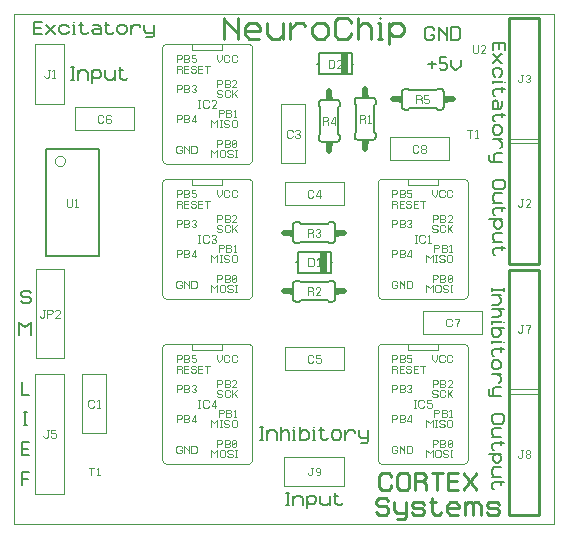
<source format=gto>
G75*
G71*
%OFA0B0*%
%FSLAX23Y23*%
%IPPOS*%
%LPD*%
%ADD10C,0.1*%
%ADD11C,0.111*%
%ADD12C,0.2*%
%ADD13C,0.05*%
%ADD14C,0.508*%
%ADD15C,0.152*%
%ADD16C,0*%
%ADD17C,0.294*%
%ADD18C,0.235*%
%ADD19C,0.176*%
%ADD20C,0.25*%
%LPD*%D10*
X0Y0D02*
X0Y100D01*
X0Y200D01*
X0Y300D01*
X0Y400D01*
X0Y500D01*
X0Y600D01*
X0Y700D01*
X0Y800D01*
X0Y900D01*
X0Y1000D01*
X0Y1099D01*
X0Y1199D01*
X0Y1299D01*
X0Y1399D01*
X0Y1499D01*
X0Y1599D01*
X0Y1699D01*
X0Y1799D01*
X0Y1899D01*
X0Y1999D01*
X0Y2099D01*
X0Y2199D01*
X0Y2299D01*
X0Y2399D01*
X0Y2499D01*
X0Y2599D01*
X0Y2699D01*
X0Y2799D01*
X0Y2899D01*
X0Y2999D01*
X0Y3099D01*
X0Y3198D01*
X0Y3298D01*
X0Y3398D01*
X0Y3498D01*
X0Y3598D01*
X0Y3698D01*
X0Y3798D01*
X0Y3898D01*
X0Y3998D01*
X0Y4098D01*
X0Y4198D01*
X0Y4298D01*
X0Y4398D01*
X0Y4498D01*
X0Y4598D01*
X0Y4698D01*
X0Y4798D01*
X0Y4898D01*
X0Y4998D01*
X0Y5098D01*
X0Y5198D01*
X0Y5298D01*
X0Y5397D01*
X0Y5497D01*
X0Y5597D01*
X0Y5697D01*
X0Y5797D01*
X0Y5897D01*
X0Y5997D01*
X0Y6097D01*
X0Y6197D01*
X0Y6297D01*
X0Y6397D01*
X0Y6497D01*
X0Y6597D01*
X0Y6697D01*
X0Y6797D01*
X0Y6897D01*
X0Y6997D01*
X0Y7097D01*
X0Y7197D01*
X0Y7297D01*
X0Y7397D01*
X0Y7496D01*
X0Y7596D01*
X0Y7696D01*
X0Y7796D01*
X0Y7896D01*
X0Y7996D01*
X0Y8096D01*
X0Y8196D01*
X0Y8296D01*
X0Y8396D01*
X0Y8496D01*
X0Y8596D01*
X0Y8696D01*
X0Y8796D01*
X0Y8896D01*
X0Y8996D01*
X0Y9096D01*
X0Y9196D01*
X0Y9296D01*
X0Y9396D01*
X0Y9496D01*
X0Y9596D01*
X0Y9695D01*
X0Y9795D01*
X0Y9895D01*
X0Y9995D01*
X0Y10095D01*
X0Y10195D01*
X0Y10295D01*
X0Y10395D01*
X0Y10495D01*
X0Y10595D01*
X0Y10695D01*
X0Y10795D01*
X0Y10895D01*
X0Y10995D01*
X0Y11095D01*
X0Y11195D01*
X0Y11295D01*
X0Y11395D01*
X0Y11495D01*
X0Y11595D01*
X0Y11695D01*
X0Y11794D01*
X0Y11894D01*
X0Y11994D01*
X0Y12094D01*
X0Y12194D01*
X0Y12294D01*
X0Y12394D01*
X0Y12494D01*
X0Y12594D01*
X0Y12694D01*
X0Y12794D01*
X0Y12894D01*
X0Y12994D01*
X0Y13094D01*
X0Y13194D01*
X0Y13294D01*
X0Y13394D01*
X0Y13494D01*
X0Y13594D01*
X0Y13694D01*
X0Y13794D01*
X0Y13894D01*
X0Y13993D01*
X0Y14093D01*
X0Y14193D01*
X0Y14293D01*
X0Y14393D01*
X0Y14493D01*
X0Y14593D01*
X0Y14693D01*
X0Y14793D01*
X0Y14893D01*
X0Y14993D01*
X0Y15093D01*
X0Y15193D01*
X0Y15293D01*
X0Y15393D01*
X0Y15493D01*
X0Y15593D01*
X0Y15693D01*
X0Y15793D01*
X0Y15893D01*
X0Y15993D01*
X0Y16092D01*
X0Y16192D01*
X0Y16292D01*
X0Y16392D01*
X0Y16492D01*
X0Y16592D01*
X0Y16692D01*
X0Y16792D01*
X0Y16892D01*
X0Y16992D01*
X0Y17092D01*
X0Y17192D01*
X0Y17292D01*
X0Y17392D01*
X0Y17492D01*
X0Y17592D01*
X0Y17692D01*
X0Y17792D01*
X0Y17892D01*
X0Y17992D01*
X0Y18092D01*
X0Y18191D01*
X0Y18291D01*
X0Y18391D01*
X0Y18491D01*
X0Y18591D01*
X0Y18691D01*
X0Y18791D01*
X0Y18891D01*
X0Y18991D01*
X0Y19091D01*
X0Y19191D01*
X0Y19291D01*
X0Y19391D01*
X0Y19491D01*
X0Y19591D01*
X0Y19691D01*
X0Y19791D01*
X0Y19891D01*
X0Y19991D01*
X0Y20091D01*
X0Y20191D01*
X0Y20291D01*
X0Y20390D01*
X0Y20490D01*
X0Y20590D01*
X0Y20690D01*
X0Y20790D01*
X0Y20890D01*
X0Y20990D01*
X0Y21090D01*
X0Y21190D01*
X0Y21290D01*
X0Y21390D01*
X0Y21490D01*
X0Y21590D01*
X0Y21690D01*
X0Y21790D01*
X0Y21890D01*
X0Y21990D01*
X0Y22090D01*
X0Y22190D01*
X0Y22290D01*
X0Y22390D01*
X0Y22489D01*
X0Y22589D01*
X0Y22689D01*
X0Y22789D01*
X0Y22889D01*
X0Y22989D01*
X0Y23089D01*
X0Y23189D01*
X0Y23289D01*
X0Y23389D01*
X0Y23489D01*
X0Y23589D01*
X0Y23689D01*
X0Y23789D01*
X0Y23889D01*
X0Y23989D01*
X0Y24089D01*
X0Y24189D01*
X0Y24289D01*
X0Y24389D01*
X0Y24489D01*
X0Y24589D01*
X0Y24688D01*
X0Y24788D01*
X0Y24888D01*
X0Y24988D01*
X0Y25088D01*
X0Y25188D01*
X0Y25288D01*
X0Y25388D01*
X0Y25488D01*
X0Y25588D01*
X0Y25688D01*
X0Y25788D01*
X0Y25888D01*
X0Y25988D01*
X0Y26088D01*
X0Y26188D01*
X0Y26288D01*
X0Y26388D01*
X0Y26488D01*
X0Y26588D01*
X0Y26688D01*
X0Y26787D01*
X0Y26887D01*
X0Y26987D01*
X0Y27087D01*
X0Y27187D01*
X0Y27287D01*
X0Y27387D01*
X0Y27487D01*
X0Y27587D01*
X0Y27687D01*
X0Y27787D01*
X0Y27887D01*
X0Y27987D01*
X0Y28087D01*
X0Y28187D01*
X0Y28287D01*
X0Y28387D01*
X0Y28487D01*
X0Y28587D01*
X0Y28687D01*
X0Y28787D01*
X0Y28887D01*
X0Y28986D01*
X0Y29086D01*
X0Y29186D01*
X0Y29286D01*
X0Y29386D01*
X0Y29486D01*
X0Y29586D01*
X0Y29686D01*
X0Y29786D01*
X0Y29886D01*
X0Y29986D01*
X0Y30086D01*
X0Y30186D01*
X0Y30286D01*
X0Y30386D01*
X0Y30486D01*
X0Y30586D01*
X0Y30686D01*
X0Y30786D01*
X0Y30886D01*
X0Y30986D01*
X0Y31085D01*
X0Y31185D01*
X0Y31285D01*
X0Y31385D01*
X0Y31485D01*
X0Y31585D01*
X0Y31685D01*
X0Y31785D01*
X0Y31885D01*
X0Y31985D01*
X0Y32085D01*
X0Y32185D01*
X0Y32285D01*
X0Y32385D01*
X0Y32485D01*
X0Y32585D01*
X0Y32685D01*
X0Y32785D01*
X0Y32885D01*
X0Y32985D01*
X0Y33085D01*
X0Y33185D01*
X0Y33284D01*
X0Y33384D01*
X0Y33484D01*
X0Y33584D01*
X0Y33684D01*
X0Y33784D01*
X0Y33884D01*
X0Y33984D01*
X0Y34084D01*
X0Y34184D01*
X0Y34284D01*
X0Y34384D01*
X0Y34484D01*
X0Y34584D01*
X0Y34684D01*
X0Y34784D01*
X0Y34884D01*
X0Y34984D01*
X0Y35084D01*
X0Y35184D01*
X0Y35284D01*
X0Y35384D01*
X0Y35483D01*
X0Y35583D01*
X0Y35683D01*
X0Y35783D01*
X0Y35883D01*
X0Y35983D01*
X0Y36083D01*
X0Y36183D01*
X0Y36283D01*
X0Y36383D01*
X0Y36483D01*
X0Y36583D01*
X0Y36683D01*
X0Y36783D01*
X0Y36883D01*
X0Y36983D01*
X0Y37083D01*
X0Y37183D01*
X0Y37283D01*
X0Y37383D01*
X0Y37483D01*
X0Y37582D01*
X0Y37682D01*
X0Y37782D01*
X0Y37882D01*
X0Y37982D01*
X0Y38082D01*
X0Y38182D01*
X0Y38282D01*
X0Y38382D01*
X0Y38482D01*
X0Y38582D01*
X0Y38682D01*
X0Y38782D01*
X0Y38882D01*
X0Y38982D01*
X0Y39082D01*
X0Y39182D01*
X0Y39282D01*
X0Y39382D01*
X0Y39482D01*
X0Y39582D01*
X0Y39682D01*
X0Y39781D01*
X0Y39881D01*
X0Y39981D01*
X0Y40081D01*
X0Y40181D01*
X0Y40281D01*
X0Y40381D01*
X0Y40481D01*
X0Y40581D01*
X0Y40681D01*
X0Y40781D01*
X0Y40881D01*
X0Y40981D01*
X0Y41081D01*
X0Y41181D01*
X0Y41281D01*
X0Y41381D01*
X0Y41481D01*
X0Y41581D01*
X0Y41681D01*
X0Y41781D01*
X0Y41881D01*
X0Y41980D01*
X0Y42080D01*
X0Y42180D01*
X0Y42280D01*
X0Y42380D01*
X0Y42480D01*
X0Y42580D01*
X0Y42680D01*
X0Y42780D01*
X0Y42880D01*
X0Y42980D01*
X0Y43080D01*
X0Y43180D01*
X100Y43180D01*
X200Y43180D01*
X299Y43180D01*
X399Y43180D01*
X499Y43180D01*
X599Y43180D01*
X699Y43180D01*
X799Y43180D01*
X898Y43180D01*
X998Y43180D01*
X1098Y43180D01*
X1198Y43180D01*
X1298Y43180D01*
X1398Y43180D01*
X1497Y43180D01*
X1597Y43180D01*
X1697Y43180D01*
X1797Y43180D01*
X1897Y43180D01*
X1996Y43180D01*
X2096Y43180D01*
X2196Y43180D01*
X2296Y43180D01*
X2396Y43180D01*
X2496Y43180D01*
X2595Y43180D01*
X2695Y43180D01*
X2795Y43180D01*
X2895Y43180D01*
X2995Y43180D01*
X3095Y43180D01*
X3194Y43180D01*
X3294Y43180D01*
X3394Y43180D01*
X3494Y43180D01*
X3594Y43180D01*
X3694Y43180D01*
X3793Y43180D01*
X3893Y43180D01*
X3993Y43180D01*
X4093Y43180D01*
X4193Y43180D01*
X4292Y43180D01*
X4392Y43180D01*
X4492Y43180D01*
X4592Y43180D01*
X4692Y43180D01*
X4792Y43180D01*
X4891Y43180D01*
X4991Y43180D01*
X5091Y43180D01*
X5191Y43180D01*
X5291Y43180D01*
X5391Y43180D01*
X5490Y43180D01*
X5590Y43180D01*
X5690Y43180D01*
X5790Y43180D01*
X5890Y43180D01*
X5989Y43180D01*
X6089Y43180D01*
X6189Y43180D01*
X6289Y43180D01*
X6389Y43180D01*
X6489Y43180D01*
X6588Y43180D01*
X6688Y43180D01*
X6788Y43180D01*
X6888Y43180D01*
X6988Y43180D01*
X7088Y43180D01*
X7187Y43180D01*
X7287Y43180D01*
X7387Y43180D01*
X7487Y43180D01*
X7587Y43180D01*
X7687Y43180D01*
X7786Y43180D01*
X7886Y43180D01*
X7986Y43180D01*
X8086Y43180D01*
X8186Y43180D01*
X8285Y43180D01*
X8385Y43180D01*
X8485Y43180D01*
X8585Y43180D01*
X8685Y43180D01*
X8785Y43180D01*
X8884Y43180D01*
X8984Y43180D01*
X9084Y43180D01*
X9184Y43180D01*
X9284Y43180D01*
X9384Y43180D01*
X9483Y43180D01*
X9583Y43180D01*
X9683Y43180D01*
X9783Y43180D01*
X9883Y43180D01*
X9982Y43180D01*
X10082Y43180D01*
X10182Y43180D01*
X10282Y43180D01*
X10382Y43180D01*
X10482Y43180D01*
X10581Y43180D01*
X10681Y43180D01*
X10781Y43180D01*
X10881Y43180D01*
X10981Y43180D01*
X11081Y43180D01*
X11180Y43180D01*
X11280Y43180D01*
X11380Y43180D01*
X11480Y43180D01*
X11580Y43180D01*
X11680Y43180D01*
X11779Y43180D01*
X11879Y43180D01*
X11979Y43180D01*
X12079Y43180D01*
X12179Y43180D01*
X12278Y43180D01*
X12378Y43180D01*
X12478Y43180D01*
X12578Y43180D01*
X12678Y43180D01*
X12778Y43180D01*
X12877Y43180D01*
X12977Y43180D01*
X13077Y43180D01*
X13177Y43180D01*
X13277Y43180D01*
X13377Y43180D01*
X13476Y43180D01*
X13576Y43180D01*
X13676Y43180D01*
X13776Y43180D01*
X13876Y43180D01*
X13975Y43180D01*
X14075Y43180D01*
X14175Y43180D01*
X14275Y43180D01*
X14375Y43180D01*
X14475Y43180D01*
X14574Y43180D01*
X14674Y43180D01*
X14774Y43180D01*
X14874Y43180D01*
X14974Y43180D01*
X15074Y43180D01*
X15173Y43180D01*
X15273Y43180D01*
X15373Y43180D01*
X15473Y43180D01*
X15573Y43180D01*
X15672Y43180D01*
X15772Y43180D01*
X15872Y43180D01*
X15972Y43180D01*
X16072Y43180D01*
X16172Y43180D01*
X16271Y43180D01*
X16371Y43180D01*
X16471Y43180D01*
X16571Y43180D01*
X16671Y43180D01*
X16771Y43180D01*
X16870Y43180D01*
X16970Y43180D01*
X17070Y43180D01*
X17170Y43180D01*
X17270Y43180D01*
X17370Y43180D01*
X17469Y43180D01*
X17569Y43180D01*
X17669Y43180D01*
X17769Y43180D01*
X17869Y43180D01*
X17968Y43180D01*
X18068Y43180D01*
X18168Y43180D01*
X18268Y43180D01*
X18368Y43180D01*
X18468Y43180D01*
X18567Y43180D01*
X18667Y43180D01*
X18767Y43180D01*
X18867Y43180D01*
X18967Y43180D01*
X19067Y43180D01*
X19166Y43180D01*
X19266Y43180D01*
X19366Y43180D01*
X19466Y43180D01*
X19566Y43180D01*
X19665Y43180D01*
X19765Y43180D01*
X19865Y43180D01*
X19965Y43180D01*
X20065Y43180D01*
X20165Y43180D01*
X20264Y43180D01*
X20364Y43180D01*
X20464Y43180D01*
X20564Y43180D01*
X20664Y43180D01*
X20764Y43180D01*
X20863Y43180D01*
X20963Y43180D01*
X21063Y43180D01*
X21163Y43180D01*
X21263Y43180D01*
X21363Y43180D01*
X21462Y43180D01*
X21562Y43180D01*
X21662Y43180D01*
X21762Y43180D01*
X21862Y43180D01*
X21961Y43180D01*
X22061Y43180D01*
X22161Y43180D01*
X22261Y43180D01*
X22361Y43180D01*
X22461Y43180D01*
X22560Y43180D01*
X22660Y43180D01*
X22760Y43180D01*
X22860Y43180D01*
X22960Y43180D01*
X23060Y43180D01*
X23159Y43180D01*
X23259Y43180D01*
X23359Y43180D01*
X23459Y43180D01*
X23559Y43180D01*
X23659Y43180D01*
X23758Y43180D01*
X23858Y43180D01*
X23958Y43180D01*
X24058Y43180D01*
X24158Y43180D01*
X24257Y43180D01*
X24357Y43180D01*
X24457Y43180D01*
X24557Y43180D01*
X24657Y43180D01*
X24757Y43180D01*
X24856Y43180D01*
X24956Y43180D01*
X25056Y43180D01*
X25156Y43180D01*
X25256Y43180D01*
X25356Y43180D01*
X25455Y43180D01*
X25555Y43180D01*
X25655Y43180D01*
X25755Y43180D01*
X25855Y43180D01*
X25954Y43180D01*
X26054Y43180D01*
X26154Y43180D01*
X26254Y43180D01*
X26354Y43180D01*
X26454Y43180D01*
X26553Y43180D01*
X26653Y43180D01*
X26753Y43180D01*
X26853Y43180D01*
X26953Y43180D01*
X27053Y43180D01*
X27152Y43180D01*
X27252Y43180D01*
X27352Y43180D01*
X27452Y43180D01*
X27552Y43180D01*
X27651Y43180D01*
X27751Y43180D01*
X27851Y43180D01*
X27951Y43180D01*
X28051Y43180D01*
X28151Y43180D01*
X28250Y43180D01*
X28350Y43180D01*
X28450Y43180D01*
X28550Y43180D01*
X28650Y43180D01*
X28750Y43180D01*
X28849Y43180D01*
X28949Y43180D01*
X29049Y43180D01*
X29149Y43180D01*
X29249Y43180D01*
X29349Y43180D01*
X29448Y43180D01*
X29548Y43180D01*
X29648Y43180D01*
X29748Y43180D01*
X29848Y43180D01*
X29947Y43180D01*
X30047Y43180D01*
X30147Y43180D01*
X30247Y43180D01*
X30347Y43180D01*
X30447Y43180D01*
X30546Y43180D01*
X30646Y43180D01*
X30746Y43180D01*
X30846Y43180D01*
X30946Y43180D01*
X31046Y43180D01*
X31145Y43180D01*
X31245Y43180D01*
X31345Y43180D01*
X31445Y43180D01*
X31545Y43180D01*
X31645Y43180D01*
X31744Y43180D01*
X31844Y43180D01*
X31944Y43180D01*
X32044Y43180D01*
X32144Y43180D01*
X32243Y43180D01*
X32343Y43180D01*
X32443Y43180D01*
X32543Y43180D01*
X32643Y43180D01*
X32743Y43180D01*
X32842Y43180D01*
X32942Y43180D01*
X33042Y43180D01*
X33142Y43180D01*
X33242Y43180D01*
X33342Y43180D01*
X33441Y43180D01*
X33541Y43180D01*
X33641Y43180D01*
X33741Y43180D01*
X33841Y43180D01*
X33940Y43180D01*
X34040Y43180D01*
X34140Y43180D01*
X34240Y43180D01*
X34340Y43180D01*
X34440Y43180D01*
X34539Y43180D01*
X34639Y43180D01*
X34739Y43180D01*
X34839Y43180D01*
X34939Y43180D01*
X35039Y43180D01*
X35138Y43180D01*
X35238Y43180D01*
X35338Y43180D01*
X35438Y43180D01*
X35538Y43180D01*
X35638Y43180D01*
X35737Y43180D01*
X35837Y43180D01*
X35937Y43180D01*
X36037Y43180D01*
X36137Y43180D01*
X36236Y43180D01*
X36336Y43180D01*
X36436Y43180D01*
X36536Y43180D01*
X36636Y43180D01*
X36736Y43180D01*
X36835Y43180D01*
X36935Y43180D01*
X37035Y43180D01*
X37135Y43180D01*
X37235Y43180D01*
X37335Y43180D01*
X37434Y43180D01*
X37534Y43180D01*
X37634Y43180D01*
X37734Y43180D01*
X37834Y43180D01*
X37934Y43180D01*
X38033Y43180D01*
X38133Y43180D01*
X38233Y43180D01*
X38333Y43180D01*
X38433Y43180D01*
X38532Y43180D01*
X38632Y43180D01*
X38732Y43180D01*
X38832Y43180D01*
X38932Y43180D01*
X39032Y43180D01*
X39131Y43180D01*
X39231Y43180D01*
X39331Y43180D01*
X39431Y43180D01*
X39531Y43180D01*
X39631Y43180D01*
X39730Y43180D01*
X39830Y43180D01*
X39930Y43180D01*
X40030Y43180D01*
X40130Y43180D01*
X40230Y43180D01*
X40329Y43180D01*
X40429Y43180D01*
X40529Y43180D01*
X40629Y43180D01*
X40729Y43180D01*
X40828Y43180D01*
X40928Y43180D01*
X41028Y43180D01*
X41128Y43180D01*
X41228Y43180D01*
X41328Y43180D01*
X41427Y43180D01*
X41527Y43180D01*
X41627Y43180D01*
X41727Y43180D01*
X41827Y43180D01*
X41927Y43180D01*
X42026Y43180D01*
X42126Y43180D01*
X42226Y43180D01*
X42326Y43180D01*
X42426Y43180D01*
X42525Y43180D01*
X42625Y43180D01*
X42725Y43180D01*
X42825Y43180D01*
X42925Y43180D01*
X43025Y43180D01*
X43124Y43180D01*
X43224Y43180D01*
X43324Y43180D01*
X43424Y43180D01*
X43524Y43180D01*
X43624Y43180D01*
X43723Y43180D01*
X43823Y43180D01*
X43923Y43180D01*
X44023Y43180D01*
X44123Y43180D01*
X44223Y43180D01*
X44322Y43180D01*
X44422Y43180D01*
X44522Y43180D01*
X44622Y43180D01*
X44722Y43180D01*
X44822Y43180D01*
X44921Y43180D01*
X45021Y43180D01*
X45121Y43180D01*
X45221Y43180D01*
X45321Y43180D01*
X45420Y43180D01*
X45520Y43180D01*
X45620Y43180D01*
X45720Y43180D01*
X45720Y43080D01*
X45720Y42980D01*
X45720Y42880D01*
X45720Y42780D01*
X45720Y42680D01*
X45720Y42580D01*
X45720Y42480D01*
X45720Y42380D01*
X45720Y42280D01*
X45720Y42180D01*
X45720Y42081D01*
X45720Y41981D01*
X45720Y41881D01*
X45720Y41781D01*
X45720Y41681D01*
X45720Y41581D01*
X45720Y41481D01*
X45720Y41381D01*
X45720Y41281D01*
X45720Y41181D01*
X45720Y41081D01*
X45720Y40981D01*
X45720Y40881D01*
X45720Y40781D01*
X45720Y40681D01*
X45720Y40581D01*
X45720Y40481D01*
X45720Y40381D01*
X45720Y40281D01*
X45720Y40181D01*
X45720Y40081D01*
X45720Y39982D01*
X45720Y39882D01*
X45720Y39782D01*
X45720Y39682D01*
X45720Y39582D01*
X45720Y39482D01*
X45720Y39382D01*
X45720Y39282D01*
X45720Y39182D01*
X45720Y39082D01*
X45720Y38982D01*
X45720Y38882D01*
X45720Y38782D01*
X45720Y38682D01*
X45720Y38582D01*
X45720Y38482D01*
X45720Y38382D01*
X45720Y38282D01*
X45720Y38182D01*
X45720Y38082D01*
X45720Y37982D01*
X45720Y37882D01*
X45720Y37783D01*
X45720Y37683D01*
X45720Y37583D01*
X45720Y37483D01*
X45720Y37383D01*
X45720Y37283D01*
X45720Y37183D01*
X45720Y37083D01*
X45720Y36983D01*
X45720Y36883D01*
X45720Y36783D01*
X45720Y36683D01*
X45720Y36583D01*
X45720Y36483D01*
X45720Y36383D01*
X45720Y36283D01*
X45720Y36183D01*
X45720Y36083D01*
X45720Y35983D01*
X45720Y35883D01*
X45720Y35783D01*
X45720Y35684D01*
X45720Y35584D01*
X45720Y35484D01*
X45720Y35384D01*
X45720Y35284D01*
X45720Y35184D01*
X45720Y35084D01*
X45720Y34984D01*
X45720Y34884D01*
X45720Y34784D01*
X45720Y34684D01*
X45720Y34584D01*
X45720Y34484D01*
X45720Y34384D01*
X45720Y34284D01*
X45720Y34184D01*
X45720Y34084D01*
X45720Y33984D01*
X45720Y33884D01*
X45720Y33784D01*
X45720Y33684D01*
X45720Y33584D01*
X45720Y33485D01*
X45720Y33385D01*
X45720Y33285D01*
X45720Y33185D01*
X45720Y33085D01*
X45720Y32985D01*
X45720Y32885D01*
X45720Y32785D01*
X45720Y32685D01*
X45720Y32585D01*
X45720Y32485D01*
X45720Y32385D01*
X45720Y32285D01*
X45720Y32185D01*
X45720Y32085D01*
X45720Y31985D01*
X45720Y31885D01*
X45720Y31785D01*
X45720Y31685D01*
X45720Y31585D01*
X45720Y31485D01*
X45720Y31386D01*
X45720Y31286D01*
X45720Y31186D01*
X45720Y31086D01*
X45720Y30986D01*
X45720Y30886D01*
X45720Y30786D01*
X45720Y30686D01*
X45720Y30586D01*
X45720Y30486D01*
X45720Y30386D01*
X45720Y30286D01*
X45720Y30186D01*
X45720Y30086D01*
X45720Y29986D01*
X45720Y29886D01*
X45720Y29786D01*
X45720Y29686D01*
X45720Y29586D01*
X45720Y29486D01*
X45720Y29386D01*
X45720Y29286D01*
X45720Y29187D01*
X45720Y29087D01*
X45720Y28987D01*
X45720Y28887D01*
X45720Y28787D01*
X45720Y28687D01*
X45720Y28587D01*
X45720Y28487D01*
X45720Y28387D01*
X45720Y28287D01*
X45720Y28187D01*
X45720Y28087D01*
X45720Y27987D01*
X45720Y27887D01*
X45720Y27787D01*
X45720Y27687D01*
X45720Y27587D01*
X45720Y27487D01*
X45720Y27387D01*
X45720Y27287D01*
X45720Y27187D01*
X45720Y27088D01*
X45720Y26988D01*
X45720Y26888D01*
X45720Y26788D01*
X45720Y26688D01*
X45720Y26588D01*
X45720Y26488D01*
X45720Y26388D01*
X45720Y26288D01*
X45720Y26188D01*
X45720Y26088D01*
X45720Y25988D01*
X45720Y25888D01*
X45720Y25788D01*
X45720Y25688D01*
X45720Y25588D01*
X45720Y25488D01*
X45720Y25388D01*
X45720Y25288D01*
X45720Y25188D01*
X45720Y25088D01*
X45720Y24989D01*
X45720Y24889D01*
X45720Y24789D01*
X45720Y24689D01*
X45720Y24589D01*
X45720Y24489D01*
X45720Y24389D01*
X45720Y24289D01*
X45720Y24189D01*
X45720Y24089D01*
X45720Y23989D01*
X45720Y23889D01*
X45720Y23789D01*
X45720Y23689D01*
X45720Y23589D01*
X45720Y23489D01*
X45720Y23389D01*
X45720Y23289D01*
X45720Y23189D01*
X45720Y23089D01*
X45720Y22989D01*
X45720Y22889D01*
X45720Y22790D01*
X45720Y22690D01*
X45720Y22590D01*
X45720Y22490D01*
X45720Y22390D01*
X45720Y22290D01*
X45720Y22190D01*
X45720Y22090D01*
X45720Y21990D01*
X45720Y21890D01*
X45720Y21790D01*
X45720Y21690D01*
X45720Y21590D01*
X45720Y21490D01*
X45720Y21390D01*
X45720Y21290D01*
X45720Y21190D01*
X45720Y21090D01*
X45720Y20990D01*
X45720Y20890D01*
X45720Y20790D01*
X45720Y20691D01*
X45720Y20591D01*
X45720Y20491D01*
X45720Y20391D01*
X45720Y20291D01*
X45720Y20191D01*
X45720Y20091D01*
X45720Y19991D01*
X45720Y19891D01*
X45720Y19791D01*
X45720Y19691D01*
X45720Y19591D01*
X45720Y19491D01*
X45720Y19391D01*
X45720Y19291D01*
X45720Y19191D01*
X45720Y19091D01*
X45720Y18991D01*
X45720Y18891D01*
X45720Y18791D01*
X45720Y18691D01*
X45720Y18591D01*
X45720Y18492D01*
X45720Y18392D01*
X45720Y18292D01*
X45720Y18192D01*
X45720Y18092D01*
X45720Y17992D01*
X45720Y17892D01*
X45720Y17792D01*
X45720Y17692D01*
X45720Y17592D01*
X45720Y17492D01*
X45720Y17392D01*
X45720Y17292D01*
X45720Y17192D01*
X45720Y17092D01*
X45720Y16992D01*
X45720Y16892D01*
X45720Y16792D01*
X45720Y16692D01*
X45720Y16592D01*
X45720Y16492D01*
X45720Y16393D01*
X45720Y16293D01*
X45720Y16193D01*
X45720Y16093D01*
X45720Y15993D01*
X45720Y15893D01*
X45720Y15793D01*
X45720Y15693D01*
X45720Y15593D01*
X45720Y15493D01*
X45720Y15393D01*
X45720Y15293D01*
X45720Y15193D01*
X45720Y15093D01*
X45720Y14993D01*
X45720Y14893D01*
X45720Y14793D01*
X45720Y14693D01*
X45720Y14593D01*
X45720Y14493D01*
X45720Y14393D01*
X45720Y14293D01*
X45720Y14194D01*
X45720Y14094D01*
X45720Y13994D01*
X45720Y13894D01*
X45720Y13794D01*
X45720Y13694D01*
X45720Y13594D01*
X45720Y13494D01*
X45720Y13394D01*
X45720Y13294D01*
X45720Y13194D01*
X45720Y13094D01*
X45720Y12994D01*
X45720Y12894D01*
X45720Y12794D01*
X45720Y12694D01*
X45720Y12594D01*
X45720Y12494D01*
X45720Y12394D01*
X45720Y12294D01*
X45720Y12194D01*
X45720Y12095D01*
X45720Y11995D01*
X45720Y11895D01*
X45720Y11795D01*
X45720Y11695D01*
X45720Y11595D01*
X45720Y11495D01*
X45720Y11395D01*
X45720Y11295D01*
X45720Y11195D01*
X45720Y11095D01*
X45720Y10995D01*
X45720Y10895D01*
X45720Y10795D01*
X45720Y10695D01*
X45720Y10595D01*
X45720Y10495D01*
X45720Y10395D01*
X45720Y10295D01*
X45720Y10195D01*
X45720Y10095D01*
X45720Y9995D01*
X45720Y9896D01*
X45720Y9796D01*
X45720Y9696D01*
X45720Y9596D01*
X45720Y9496D01*
X45720Y9396D01*
X45720Y9296D01*
X45720Y9196D01*
X45720Y9096D01*
X45720Y8996D01*
X45720Y8896D01*
X45720Y8796D01*
X45720Y8696D01*
X45720Y8596D01*
X45720Y8496D01*
X45720Y8396D01*
X45720Y8296D01*
X45720Y8196D01*
X45720Y8096D01*
X45720Y7996D01*
X45720Y7896D01*
X45720Y7796D01*
X45720Y7697D01*
X45720Y7597D01*
X45720Y7497D01*
X45720Y7397D01*
X45720Y7297D01*
X45720Y7197D01*
X45720Y7097D01*
X45720Y6997D01*
X45720Y6897D01*
X45720Y6797D01*
X45720Y6697D01*
X45720Y6597D01*
X45720Y6497D01*
X45720Y6397D01*
X45720Y6297D01*
X45720Y6197D01*
X45720Y6097D01*
X45720Y5997D01*
X45720Y5897D01*
X45720Y5797D01*
X45720Y5697D01*
X45720Y5598D01*
X45720Y5498D01*
X45720Y5398D01*
X45720Y5298D01*
X45720Y5198D01*
X45720Y5098D01*
X45720Y4998D01*
X45720Y4898D01*
X45720Y4798D01*
X45720Y4698D01*
X45720Y4598D01*
X45720Y4498D01*
X45720Y4398D01*
X45720Y4298D01*
X45720Y4198D01*
X45720Y4098D01*
X45720Y3998D01*
X45720Y3898D01*
X45720Y3798D01*
X45720Y3698D01*
X45720Y3598D01*
X45720Y3498D01*
X45720Y3399D01*
X45720Y3299D01*
X45720Y3199D01*
X45720Y3099D01*
X45720Y2999D01*
X45720Y2899D01*
X45720Y2799D01*
X45720Y2699D01*
X45720Y2599D01*
X45720Y2499D01*
X45720Y2399D01*
X45720Y2299D01*
X45720Y2199D01*
X45720Y2099D01*
X45720Y1999D01*
X45720Y1899D01*
X45720Y1799D01*
X45720Y1699D01*
X45720Y1599D01*
X45720Y1499D01*
X45720Y1399D01*
X45720Y1299D01*
X45720Y1200D01*
X45720Y1100D01*
X45720Y1000D01*
X45720Y900D01*
X45720Y800D01*
X45720Y700D01*
X45720Y600D01*
X45720Y500D01*
X45720Y400D01*
X45720Y300D01*
X45720Y200D01*
X45720Y100D01*
X45720Y0D01*
X45620Y0D01*
X45520Y0D01*
X45421Y0D01*
X45321Y0D01*
X45221Y0D01*
X45121Y0D01*
X45021Y0D01*
X44921Y0D01*
X44822Y0D01*
X44722Y0D01*
X44622Y0D01*
X44522Y0D01*
X44422Y0D01*
X44322Y0D01*
X44223Y0D01*
X44123Y0D01*
X44023Y0D01*
X43923Y0D01*
X43823Y0D01*
X43724Y0D01*
X43624Y0D01*
X43524Y0D01*
X43424Y0D01*
X43324Y0D01*
X43224Y0D01*
X43125Y0D01*
X43025Y0D01*
X42925Y0D01*
X42825Y0D01*
X42725Y0D01*
X42625Y0D01*
X42526Y0D01*
X42426Y0D01*
X42326Y0D01*
X42226Y0D01*
X42126Y0D01*
X42026Y0D01*
X41927Y0D01*
X41827Y0D01*
X41727Y0D01*
X41627Y0D01*
X41527Y0D01*
X41428Y0D01*
X41328Y0D01*
X41228Y0D01*
X41128Y0D01*
X41028Y0D01*
X40928Y0D01*
X40829Y0D01*
X40729Y0D01*
X40629Y0D01*
X40529Y0D01*
X40429Y0D01*
X40329Y0D01*
X40230Y0D01*
X40130Y0D01*
X40030Y0D01*
X39930Y0D01*
X39830Y0D01*
X39731Y0D01*
X39631Y0D01*
X39531Y0D01*
X39431Y0D01*
X39331Y0D01*
X39231Y0D01*
X39132Y0D01*
X39032Y0D01*
X38932Y0D01*
X38832Y0D01*
X38732Y0D01*
X38632Y0D01*
X38533Y0D01*
X38433Y0D01*
X38333Y0D01*
X38233Y0D01*
X38133Y0D01*
X38033Y0D01*
X37934Y0D01*
X37834Y0D01*
X37734Y0D01*
X37634Y0D01*
X37534Y0D01*
X37435Y0D01*
X37335Y0D01*
X37235Y0D01*
X37135Y0D01*
X37035Y0D01*
X36935Y0D01*
X36836Y0D01*
X36736Y0D01*
X36636Y0D01*
X36536Y0D01*
X36436Y0D01*
X36336Y0D01*
X36237Y0D01*
X36137Y0D01*
X36037Y0D01*
X35937Y0D01*
X35837Y0D01*
X35738Y0D01*
X35638Y0D01*
X35538Y0D01*
X35438Y0D01*
X35338Y0D01*
X35238Y0D01*
X35139Y0D01*
X35039Y0D01*
X34939Y0D01*
X34839Y0D01*
X34739Y0D01*
X34639Y0D01*
X34540Y0D01*
X34440Y0D01*
X34340Y0D01*
X34240Y0D01*
X34140Y0D01*
X34040Y0D01*
X33941Y0D01*
X33841Y0D01*
X33741Y0D01*
X33641Y0D01*
X33541Y0D01*
X33442Y0D01*
X33342Y0D01*
X33242Y0D01*
X33142Y0D01*
X33042Y0D01*
X32942Y0D01*
X32843Y0D01*
X32743Y0D01*
X32643Y0D01*
X32543Y0D01*
X32443Y0D01*
X32343Y0D01*
X32244Y0D01*
X32144Y0D01*
X32044Y0D01*
X31944Y0D01*
X31844Y0D01*
X31745Y0D01*
X31645Y0D01*
X31545Y0D01*
X31445Y0D01*
X31345Y0D01*
X31245Y0D01*
X31146Y0D01*
X31046Y0D01*
X30946Y0D01*
X30846Y0D01*
X30746Y0D01*
X30646Y0D01*
X30547Y0D01*
X30447Y0D01*
X30347Y0D01*
X30247Y0D01*
X30147Y0D01*
X30048Y0D01*
X29948Y0D01*
X29848Y0D01*
X29748Y0D01*
X29648Y0D01*
X29548Y0D01*
X29449Y0D01*
X29349Y0D01*
X29249Y0D01*
X29149Y0D01*
X29049Y0D01*
X28949Y0D01*
X28850Y0D01*
X28750Y0D01*
X28650Y0D01*
X28550Y0D01*
X28450Y0D01*
X28350Y0D01*
X28251Y0D01*
X28151Y0D01*
X28051Y0D01*
X27951Y0D01*
X27851Y0D01*
X27752Y0D01*
X27652Y0D01*
X27552Y0D01*
X27452Y0D01*
X27352Y0D01*
X27252Y0D01*
X27153Y0D01*
X27053Y0D01*
X26953Y0D01*
X26853Y0D01*
X26753Y0D01*
X26653Y0D01*
X26554Y0D01*
X26454Y0D01*
X26354Y0D01*
X26254Y0D01*
X26154Y0D01*
X26055Y0D01*
X25955Y0D01*
X25855Y0D01*
X25755Y0D01*
X25655Y0D01*
X25555Y0D01*
X25456Y0D01*
X25356Y0D01*
X25256Y0D01*
X25156Y0D01*
X25056Y0D01*
X24956Y0D01*
X24857Y0D01*
X24757Y0D01*
X24657Y0D01*
X24557Y0D01*
X24457Y0D01*
X24357Y0D01*
X24258Y0D01*
X24158Y0D01*
X24058Y0D01*
X23958Y0D01*
X23858Y0D01*
X23759Y0D01*
X23659Y0D01*
X23559Y0D01*
X23459Y0D01*
X23359Y0D01*
X23259Y0D01*
X23160Y0D01*
X23060Y0D01*
X22960Y0D01*
X22860Y0D01*
X22760Y0D01*
X22660Y0D01*
X22561Y0D01*
X22461Y0D01*
X22361Y0D01*
X22261Y0D01*
X22161Y0D01*
X22061Y0D01*
X21962Y0D01*
X21862Y0D01*
X21762Y0D01*
X21662Y0D01*
X21562Y0D01*
X21463Y0D01*
X21363Y0D01*
X21263Y0D01*
X21163Y0D01*
X21063Y0D01*
X20963Y0D01*
X20864Y0D01*
X20764Y0D01*
X20664Y0D01*
X20564Y0D01*
X20464Y0D01*
X20364Y0D01*
X20265Y0D01*
X20165Y0D01*
X20065Y0D01*
X19965Y0D01*
X19865Y0D01*
X19766Y0D01*
X19666Y0D01*
X19566Y0D01*
X19466Y0D01*
X19366Y0D01*
X19266Y0D01*
X19167Y0D01*
X19067Y0D01*
X18967Y0D01*
X18867Y0D01*
X18767Y0D01*
X18667Y0D01*
X18568Y0D01*
X18468Y0D01*
X18368Y0D01*
X18268Y0D01*
X18168Y0D01*
X18069Y0D01*
X17969Y0D01*
X17869Y0D01*
X17769Y0D01*
X17669Y0D01*
X17569Y0D01*
X17470Y0D01*
X17370Y0D01*
X17270Y0D01*
X17170Y0D01*
X17070Y0D01*
X16970Y0D01*
X16871Y0D01*
X16771Y0D01*
X16671Y0D01*
X16571Y0D01*
X16471Y0D01*
X16371Y0D01*
X16272Y0D01*
X16172Y0D01*
X16072Y0D01*
X15972Y0D01*
X15872Y0D01*
X15773Y0D01*
X15673Y0D01*
X15573Y0D01*
X15473Y0D01*
X15373Y0D01*
X15273Y0D01*
X15174Y0D01*
X15074Y0D01*
X14974Y0D01*
X14874Y0D01*
X14774Y0D01*
X14674Y0D01*
X14575Y0D01*
X14475Y0D01*
X14375Y0D01*
X14275Y0D01*
X14175Y0D01*
X14075Y0D01*
X13976Y0D01*
X13876Y0D01*
X13776Y0D01*
X13676Y0D01*
X13576Y0D01*
X13477Y0D01*
X13377Y0D01*
X13277Y0D01*
X13177Y0D01*
X13077Y0D01*
X12977Y0D01*
X12878Y0D01*
X12778Y0D01*
X12678Y0D01*
X12578Y0D01*
X12478Y0D01*
X12378Y0D01*
X12279Y0D01*
X12179Y0D01*
X12079Y0D01*
X11979Y0D01*
X11879Y0D01*
X11780Y0D01*
X11680Y0D01*
X11580Y0D01*
X11480Y0D01*
X11380Y0D01*
X11280Y0D01*
X11181Y0D01*
X11081Y0D01*
X10981Y0D01*
X10881Y0D01*
X10781Y0D01*
X10681Y0D01*
X10582Y0D01*
X10482Y0D01*
X10382Y0D01*
X10282Y0D01*
X10182Y0D01*
X10082Y0D01*
X9983Y0D01*
X9883Y0D01*
X9783Y0D01*
X9683Y0D01*
X9583Y0D01*
X9484Y0D01*
X9384Y0D01*
X9284Y0D01*
X9184Y0D01*
X9084Y0D01*
X8984Y0D01*
X8885Y0D01*
X8785Y0D01*
X8685Y0D01*
X8585Y0D01*
X8485Y0D01*
X8385Y0D01*
X8286Y0D01*
X8186Y0D01*
X8086Y0D01*
X7986Y0D01*
X7886Y0D01*
X7786Y0D01*
X7687Y0D01*
X7587Y0D01*
X7487Y0D01*
X7387Y0D01*
X7287Y0D01*
X7188Y0D01*
X7088Y0D01*
X6988Y0D01*
X6888Y0D01*
X6788Y0D01*
X6688Y0D01*
X6589Y0D01*
X6489Y0D01*
X6389Y0D01*
X6289Y0D01*
X6189Y0D01*
X6089Y0D01*
X5990Y0D01*
X5890Y0D01*
X5790Y0D01*
X5690Y0D01*
X5590Y0D01*
X5490Y0D01*
X5391Y0D01*
X5291Y0D01*
X5191Y0D01*
X5091Y0D01*
X4991Y0D01*
X4892Y0D01*
X4792Y0D01*
X4692Y0D01*
X4592Y0D01*
X4492Y0D01*
X4392Y0D01*
X4293Y0D01*
X4193Y0D01*
X4093Y0D01*
X3993Y0D01*
X3893Y0D01*
X3793Y0D01*
X3694Y0D01*
X3594Y0D01*
X3494Y0D01*
X3394Y0D01*
X3294Y0D01*
X3195Y0D01*
X3095Y0D01*
X2995Y0D01*
X2895Y0D01*
X2795Y0D01*
X2695Y0D01*
X2596Y0D01*
X2496Y0D01*
X2396Y0D01*
X2296Y0D01*
X2196Y0D01*
X2096Y0D01*
X1997Y0D01*
X1897Y0D01*
X1797Y0D01*
X1697Y0D01*
X1597Y0D01*
X1497Y0D01*
X1398Y0D01*
X1298Y0D01*
X1198Y0D01*
X1098Y0D01*
X998Y0D01*
X898Y0D01*
X799Y0D01*
X699Y0D01*
X599Y0D01*
X499Y0D01*
X399Y0D01*
X300Y0D01*
X200Y0D01*
X100Y0D01*
X0Y0D01*
X0Y0D01*
D11*
X15683Y35227D02*
X15683Y35893D01*
D11*
X15600Y35227D02*
X15767Y35227D01*
D11*
X15600Y35893D02*
X15767Y35893D01*
D11*
X16489Y35393D02*
X16489Y35338D01*
X16378Y35227D01*
X16100Y35227D01*
X15989Y35338D01*
X15989Y35782D01*
X16100Y35893D01*
X16378Y35893D01*
X16489Y35782D01*
X16489Y35727D01*
D11*
X16711Y35782D02*
X16711Y35810D01*
X16794Y35893D01*
X17017Y35893D01*
X17100Y35810D01*
X17100Y35616D01*
X16711Y35227D01*
X17100Y35227D01*
D10*
X12940Y40640D02*
X19760Y40640D01*
X19849Y40630D01*
X19934Y40600D01*
X20009Y40553D01*
X20073Y40489D01*
X20120Y40414D01*
X20150Y40329D01*
X20160Y40240D01*
X20160Y30880D01*
X20150Y30791D01*
X20120Y30706D01*
X20073Y30631D01*
X20009Y30567D01*
X19934Y30520D01*
X19849Y30490D01*
X19760Y30480D01*
X12940Y30480D01*
X12851Y30490D01*
X12766Y30520D01*
X12691Y30567D01*
X12627Y30631D01*
X12580Y30706D01*
X12550Y30791D01*
X12540Y30880D01*
X12540Y40240D01*
X12550Y40329D01*
X12580Y40414D01*
X12627Y40489D01*
X12691Y40553D01*
X12766Y40600D01*
X12851Y40630D01*
X12940Y40640D01*
X12940Y40640D01*
D10*
X15080Y40634D02*
X17620Y40634D01*
X17620Y40126D01*
X15080Y40126D01*
X15080Y40634D01*
D10*
X16663Y31025D02*
X16663Y31625D01*
D10*
X16663Y31600D02*
X16938Y31400D01*
X17213Y31600D01*
D10*
X17213Y31625D02*
X17213Y31025D01*
D10*
X17513Y31025D02*
X17413Y31125D01*
X17413Y31525D01*
X17513Y31625D01*
X17763Y31625D01*
X17863Y31525D01*
X17863Y31125D01*
X17763Y31025D01*
X17513Y31025D01*
D10*
X18063Y31125D02*
X18163Y31025D01*
X18413Y31025D01*
X18513Y31125D01*
X18513Y31225D01*
X18413Y31325D01*
X18163Y31325D01*
X18063Y31425D01*
X18063Y31525D01*
X18163Y31625D01*
X18413Y31625D01*
X18513Y31525D01*
D10*
X18788Y31025D02*
X18788Y31625D01*
D10*
X18713Y31025D02*
X18863Y31025D01*
D10*
X18713Y31625D02*
X18863Y31625D01*
D10*
X16663Y33573D02*
X16663Y34173D01*
D10*
X16663Y34148D02*
X16938Y33948D01*
X17213Y34148D01*
D10*
X17213Y34173D02*
X17213Y33573D01*
D10*
X17488Y33573D02*
X17488Y34173D01*
D10*
X17413Y33573D02*
X17563Y33573D01*
D10*
X17413Y34173D02*
X17563Y34173D01*
D10*
X17763Y33673D02*
X17863Y33573D01*
X18113Y33573D01*
X18213Y33673D01*
X18213Y33773D01*
X18113Y33873D01*
X17863Y33873D01*
X17763Y33973D01*
X17763Y34073D01*
X17863Y34173D01*
X18113Y34173D01*
X18213Y34073D01*
D10*
X18513Y33573D02*
X18413Y33673D01*
X18413Y34073D01*
X18513Y34173D01*
X18763Y34173D01*
X18863Y34073D01*
X18863Y33673D01*
X18763Y33573D01*
X18513Y33573D01*
D10*
X17166Y36212D02*
X17266Y36112D01*
X17516Y36112D01*
X17616Y36212D01*
X17616Y36312D01*
X17516Y36412D01*
X17266Y36412D01*
X17166Y36512D01*
X17166Y36612D01*
X17266Y36712D01*
X17516Y36712D01*
X17616Y36612D01*
D10*
X18266Y36262D02*
X18266Y36212D01*
X18166Y36112D01*
X17916Y36112D01*
X17816Y36212D01*
X17816Y36612D01*
X17916Y36712D01*
X18166Y36712D01*
X18266Y36612D01*
X18266Y36562D01*
D10*
X18466Y36112D02*
X18466Y36712D01*
D10*
X18466Y36312D02*
X18866Y36687D01*
X18866Y36712D01*
D10*
X18866Y36112D02*
X18866Y36137D01*
X18616Y36437D01*
D10*
X13793Y38185D02*
X13793Y38785D01*
X14093Y38785D01*
X14193Y38685D01*
X14193Y38585D01*
X14093Y38485D01*
X13793Y38485D01*
D10*
X14093Y38485D02*
X14193Y38385D01*
X14193Y38185D01*
D10*
X14743Y38185D02*
X14393Y38185D01*
X14393Y38785D01*
X14743Y38785D01*
D10*
X14693Y38485D02*
X14393Y38485D01*
D10*
X14943Y38285D02*
X15043Y38185D01*
X15293Y38185D01*
X15393Y38285D01*
X15393Y38385D01*
X15293Y38485D01*
X15043Y38485D01*
X14943Y38585D01*
X14943Y38685D01*
X15043Y38785D01*
X15293Y38785D01*
X15393Y38685D01*
D10*
X15943Y38185D02*
X15593Y38185D01*
X15593Y38785D01*
X15943Y38785D01*
D10*
X15893Y38485D02*
X15593Y38485D01*
D10*
X16343Y38185D02*
X16343Y38785D01*
D10*
X16143Y38785D02*
X16543Y38785D01*
D10*
X17216Y31883D02*
X17216Y32483D01*
X17516Y32483D01*
X17616Y32383D01*
X17616Y32283D01*
X17516Y32183D01*
X17216Y32183D01*
D10*
X17816Y31883D02*
X17816Y32483D01*
X18166Y32483D01*
X18266Y32383D01*
X18266Y32283D01*
X18166Y32183D01*
X17816Y32183D01*
D10*
X18166Y32183D02*
X18266Y32083D01*
X18266Y31983D01*
X18166Y31883D01*
X17816Y31883D01*
D10*
X18541Y31883D02*
X18466Y31958D01*
X18466Y32408D01*
X18541Y32483D01*
X18741Y32483D01*
X18816Y32408D01*
X18816Y31958D01*
X18741Y31883D01*
X18541Y31883D01*
D10*
X18466Y32033D02*
X18816Y32333D01*
D10*
X17349Y34443D02*
X17349Y35043D01*
X17649Y35043D01*
X17749Y34943D01*
X17749Y34843D01*
X17649Y34743D01*
X17349Y34743D01*
D10*
X17949Y34443D02*
X17949Y35043D01*
X18299Y35043D01*
X18399Y34943D01*
X18399Y34843D01*
X18299Y34743D01*
X17949Y34743D01*
D10*
X18299Y34743D02*
X18399Y34643D01*
X18399Y34543D01*
X18299Y34443D01*
X17949Y34443D01*
D10*
X18724Y34443D02*
X18724Y35043D01*
X18674Y35043D01*
X18599Y34943D01*
D10*
X18599Y34443D02*
X18824Y34443D01*
D10*
X17216Y36939D02*
X17216Y37539D01*
X17516Y37539D01*
X17616Y37439D01*
X17616Y37339D01*
X17516Y37239D01*
X17216Y37239D01*
D10*
X17816Y36939D02*
X17816Y37539D01*
X18166Y37539D01*
X18266Y37439D01*
X18266Y37339D01*
X18166Y37239D01*
X17816Y37239D01*
D10*
X18166Y37239D02*
X18266Y37139D01*
X18266Y37039D01*
X18166Y36939D01*
X17816Y36939D01*
D10*
X18466Y37439D02*
X18466Y37464D01*
X18541Y37539D01*
X18741Y37539D01*
X18816Y37464D01*
X18816Y37289D01*
X18466Y36939D01*
X18816Y36939D01*
D10*
X17166Y39670D02*
X17166Y39320D01*
X17366Y39070D01*
X17566Y39320D01*
X17566Y39670D01*
D10*
X18216Y39220D02*
X18216Y39170D01*
X18116Y39070D01*
X17866Y39070D01*
X17766Y39170D01*
X17766Y39570D01*
X17866Y39670D01*
X18116Y39670D01*
X18216Y39570D01*
X18216Y39520D01*
D10*
X18866Y39220D02*
X18866Y39170D01*
X18766Y39070D01*
X18516Y39070D01*
X18416Y39170D01*
X18416Y39570D01*
X18516Y39670D01*
X18766Y39670D01*
X18866Y39570D01*
X18866Y39520D01*
D10*
X14020Y31644D02*
X14195Y31644D01*
X14195Y31494D01*
X14095Y31394D01*
X13845Y31394D01*
X13745Y31494D01*
X13745Y31894D01*
X13845Y31994D01*
X14095Y31994D01*
X14195Y31894D01*
X14195Y31844D01*
D10*
X14395Y31394D02*
X14395Y31994D01*
D10*
X14395Y31944D02*
X14795Y31569D01*
D10*
X14795Y31394D02*
X14795Y31994D01*
D10*
X14995Y31394D02*
X14995Y31994D01*
X15345Y31994D01*
X15445Y31894D01*
X15445Y31494D01*
X15345Y31394D01*
X14995Y31394D01*
D10*
X13795Y33990D02*
X13795Y34590D01*
X14095Y34590D01*
X14195Y34490D01*
X14195Y34390D01*
X14095Y34290D01*
X13795Y34290D01*
D10*
X14395Y33990D02*
X14395Y34590D01*
X14745Y34590D01*
X14845Y34490D01*
X14845Y34390D01*
X14745Y34290D01*
X14395Y34290D01*
D10*
X14745Y34290D02*
X14845Y34190D01*
X14845Y34090D01*
X14745Y33990D01*
X14395Y33990D01*
D10*
X15345Y33990D02*
X15345Y34590D01*
X15295Y34590D01*
X15045Y34215D01*
X15045Y34115D01*
X15395Y34115D01*
D10*
X13795Y36530D02*
X13795Y37130D01*
X14095Y37130D01*
X14195Y37030D01*
X14195Y36930D01*
X14095Y36830D01*
X13795Y36830D01*
D10*
X14395Y36530D02*
X14395Y37130D01*
X14745Y37130D01*
X14845Y37030D01*
X14845Y36930D01*
X14745Y36830D01*
X14395Y36830D01*
D10*
X14745Y36830D02*
X14845Y36730D01*
X14845Y36630D01*
X14745Y36530D01*
X14395Y36530D01*
D10*
X15045Y37030D02*
X15045Y37055D01*
X15120Y37130D01*
X15320Y37130D01*
X15395Y37055D01*
X15395Y36955D01*
X15270Y36830D01*
X15395Y36705D01*
X15395Y36605D01*
X15320Y36530D01*
X15120Y36530D01*
X15045Y36605D01*
X15045Y36630D01*
D10*
X15195Y36830D02*
X15270Y36830D01*
D10*
X13795Y39078D02*
X13795Y39678D01*
X14095Y39678D01*
X14195Y39578D01*
X14195Y39478D01*
X14095Y39378D01*
X13795Y39378D01*
D10*
X14395Y39078D02*
X14395Y39678D01*
X14745Y39678D01*
X14845Y39578D01*
X14845Y39478D01*
X14745Y39378D01*
X14395Y39378D01*
D10*
X14745Y39378D02*
X14845Y39278D01*
X14845Y39178D01*
X14745Y39078D01*
X14395Y39078D01*
D10*
X15045Y39178D02*
X15045Y39153D01*
X15120Y39078D01*
X15320Y39078D01*
X15395Y39153D01*
X15395Y39328D01*
X15320Y39403D01*
X15045Y39403D01*
X15045Y39678D01*
X15345Y39678D01*
D11*
X15683Y23797D02*
X15683Y24463D01*
D11*
X15600Y23797D02*
X15767Y23797D01*
D11*
X15600Y24463D02*
X15767Y24463D01*
D11*
X16489Y23963D02*
X16489Y23908D01*
X16378Y23797D01*
X16100Y23797D01*
X15989Y23908D01*
X15989Y24352D01*
X16100Y24463D01*
X16378Y24463D01*
X16489Y24352D01*
X16489Y24297D01*
D11*
X16711Y24352D02*
X16711Y24380D01*
X16794Y24463D01*
X17017Y24463D01*
X17100Y24380D01*
X17100Y24269D01*
X16961Y24130D01*
X17100Y23991D01*
X17100Y23880D01*
X17017Y23797D01*
X16794Y23797D01*
X16711Y23880D01*
X16711Y23908D01*
D11*
X16878Y24130D02*
X16961Y24130D01*
D10*
X12940Y29210D02*
X19760Y29210D01*
X19849Y29200D01*
X19934Y29170D01*
X20009Y29123D01*
X20073Y29059D01*
X20120Y28984D01*
X20150Y28899D01*
X20160Y28810D01*
X20160Y19450D01*
X20150Y19361D01*
X20120Y19276D01*
X20073Y19201D01*
X20009Y19137D01*
X19934Y19090D01*
X19849Y19060D01*
X19760Y19050D01*
X12940Y19050D01*
X12851Y19060D01*
X12766Y19090D01*
X12691Y19137D01*
X12627Y19201D01*
X12580Y19276D01*
X12550Y19361D01*
X12540Y19450D01*
X12540Y28810D01*
X12550Y28899D01*
X12580Y28984D01*
X12627Y29059D01*
X12691Y29123D01*
X12766Y29170D01*
X12851Y29200D01*
X12940Y29210D01*
X12940Y29210D01*
D10*
X15080Y29204D02*
X17620Y29204D01*
X17620Y28696D01*
X15080Y28696D01*
X15080Y29204D01*
D10*
X16663Y19595D02*
X16663Y20195D01*
D10*
X16663Y20170D02*
X16938Y19970D01*
X17213Y20170D01*
D10*
X17213Y20195D02*
X17213Y19595D01*
D10*
X17513Y19595D02*
X17413Y19695D01*
X17413Y20095D01*
X17513Y20195D01*
X17763Y20195D01*
X17863Y20095D01*
X17863Y19695D01*
X17763Y19595D01*
X17513Y19595D01*
D10*
X18063Y19695D02*
X18163Y19595D01*
X18413Y19595D01*
X18513Y19695D01*
X18513Y19795D01*
X18413Y19895D01*
X18163Y19895D01*
X18063Y19995D01*
X18063Y20095D01*
X18163Y20195D01*
X18413Y20195D01*
X18513Y20095D01*
D10*
X18788Y19595D02*
X18788Y20195D01*
D10*
X18713Y19595D02*
X18863Y19595D01*
D10*
X18713Y20195D02*
X18863Y20195D01*
D10*
X16663Y22143D02*
X16663Y22743D01*
D10*
X16663Y22718D02*
X16938Y22518D01*
X17213Y22718D01*
D10*
X17213Y22743D02*
X17213Y22143D01*
D10*
X17488Y22143D02*
X17488Y22743D01*
D10*
X17413Y22143D02*
X17563Y22143D01*
D10*
X17413Y22743D02*
X17563Y22743D01*
D10*
X17763Y22243D02*
X17863Y22143D01*
X18113Y22143D01*
X18213Y22243D01*
X18213Y22343D01*
X18113Y22443D01*
X17863Y22443D01*
X17763Y22543D01*
X17763Y22643D01*
X17863Y22743D01*
X18113Y22743D01*
X18213Y22643D01*
D10*
X18513Y22143D02*
X18413Y22243D01*
X18413Y22643D01*
X18513Y22743D01*
X18763Y22743D01*
X18863Y22643D01*
X18863Y22243D01*
X18763Y22143D01*
X18513Y22143D01*
D10*
X17166Y24782D02*
X17266Y24682D01*
X17516Y24682D01*
X17616Y24782D01*
X17616Y24882D01*
X17516Y24982D01*
X17266Y24982D01*
X17166Y25082D01*
X17166Y25182D01*
X17266Y25282D01*
X17516Y25282D01*
X17616Y25182D01*
D10*
X18266Y24832D02*
X18266Y24782D01*
X18166Y24682D01*
X17916Y24682D01*
X17816Y24782D01*
X17816Y25182D01*
X17916Y25282D01*
X18166Y25282D01*
X18266Y25182D01*
X18266Y25132D01*
D10*
X18466Y24682D02*
X18466Y25282D01*
D10*
X18466Y24882D02*
X18866Y25257D01*
X18866Y25282D01*
D10*
X18866Y24682D02*
X18866Y24707D01*
X18616Y25007D01*
D10*
X13793Y26755D02*
X13793Y27355D01*
X14093Y27355D01*
X14193Y27255D01*
X14193Y27155D01*
X14093Y27055D01*
X13793Y27055D01*
D10*
X14093Y27055D02*
X14193Y26955D01*
X14193Y26755D01*
D10*
X14743Y26755D02*
X14393Y26755D01*
X14393Y27355D01*
X14743Y27355D01*
D10*
X14693Y27055D02*
X14393Y27055D01*
D10*
X14943Y26855D02*
X15043Y26755D01*
X15293Y26755D01*
X15393Y26855D01*
X15393Y26955D01*
X15293Y27055D01*
X15043Y27055D01*
X14943Y27155D01*
X14943Y27255D01*
X15043Y27355D01*
X15293Y27355D01*
X15393Y27255D01*
D10*
X15943Y26755D02*
X15593Y26755D01*
X15593Y27355D01*
X15943Y27355D01*
D10*
X15893Y27055D02*
X15593Y27055D01*
D10*
X16343Y26755D02*
X16343Y27355D01*
D10*
X16143Y27355D02*
X16543Y27355D01*
D10*
X17216Y20453D02*
X17216Y21053D01*
X17516Y21053D01*
X17616Y20953D01*
X17616Y20853D01*
X17516Y20753D01*
X17216Y20753D01*
D10*
X17816Y20453D02*
X17816Y21053D01*
X18166Y21053D01*
X18266Y20953D01*
X18266Y20853D01*
X18166Y20753D01*
X17816Y20753D01*
D10*
X18166Y20753D02*
X18266Y20653D01*
X18266Y20553D01*
X18166Y20453D01*
X17816Y20453D01*
D10*
X18541Y20453D02*
X18466Y20528D01*
X18466Y20978D01*
X18541Y21053D01*
X18741Y21053D01*
X18816Y20978D01*
X18816Y20528D01*
X18741Y20453D01*
X18541Y20453D01*
D10*
X18466Y20603D02*
X18816Y20903D01*
D10*
X17349Y23013D02*
X17349Y23613D01*
X17649Y23613D01*
X17749Y23513D01*
X17749Y23413D01*
X17649Y23313D01*
X17349Y23313D01*
D10*
X17949Y23013D02*
X17949Y23613D01*
X18299Y23613D01*
X18399Y23513D01*
X18399Y23413D01*
X18299Y23313D01*
X17949Y23313D01*
D10*
X18299Y23313D02*
X18399Y23213D01*
X18399Y23113D01*
X18299Y23013D01*
X17949Y23013D01*
D10*
X18724Y23013D02*
X18724Y23613D01*
X18674Y23613D01*
X18599Y23513D01*
D10*
X18599Y23013D02*
X18824Y23013D01*
D10*
X17216Y25509D02*
X17216Y26109D01*
X17516Y26109D01*
X17616Y26009D01*
X17616Y25909D01*
X17516Y25809D01*
X17216Y25809D01*
D10*
X17816Y25509D02*
X17816Y26109D01*
X18166Y26109D01*
X18266Y26009D01*
X18266Y25909D01*
X18166Y25809D01*
X17816Y25809D01*
D10*
X18166Y25809D02*
X18266Y25709D01*
X18266Y25609D01*
X18166Y25509D01*
X17816Y25509D01*
D10*
X18466Y26009D02*
X18466Y26034D01*
X18541Y26109D01*
X18741Y26109D01*
X18816Y26034D01*
X18816Y25859D01*
X18466Y25509D01*
X18816Y25509D01*
D10*
X17166Y28240D02*
X17166Y27890D01*
X17366Y27640D01*
X17566Y27890D01*
X17566Y28240D01*
D10*
X18216Y27790D02*
X18216Y27740D01*
X18116Y27640D01*
X17866Y27640D01*
X17766Y27740D01*
X17766Y28140D01*
X17866Y28240D01*
X18116Y28240D01*
X18216Y28140D01*
X18216Y28090D01*
D10*
X18866Y27790D02*
X18866Y27740D01*
X18766Y27640D01*
X18516Y27640D01*
X18416Y27740D01*
X18416Y28140D01*
X18516Y28240D01*
X18766Y28240D01*
X18866Y28140D01*
X18866Y28090D01*
D10*
X14020Y20214D02*
X14195Y20214D01*
X14195Y20064D01*
X14095Y19964D01*
X13845Y19964D01*
X13745Y20064D01*
X13745Y20464D01*
X13845Y20564D01*
X14095Y20564D01*
X14195Y20464D01*
X14195Y20414D01*
D10*
X14395Y19964D02*
X14395Y20564D01*
D10*
X14395Y20514D02*
X14795Y20139D01*
D10*
X14795Y19964D02*
X14795Y20564D01*
D10*
X14995Y19964D02*
X14995Y20564D01*
X15345Y20564D01*
X15445Y20464D01*
X15445Y20064D01*
X15345Y19964D01*
X14995Y19964D01*
D10*
X13795Y22560D02*
X13795Y23160D01*
X14095Y23160D01*
X14195Y23060D01*
X14195Y22960D01*
X14095Y22860D01*
X13795Y22860D01*
D10*
X14395Y22560D02*
X14395Y23160D01*
X14745Y23160D01*
X14845Y23060D01*
X14845Y22960D01*
X14745Y22860D01*
X14395Y22860D01*
D10*
X14745Y22860D02*
X14845Y22760D01*
X14845Y22660D01*
X14745Y22560D01*
X14395Y22560D01*
D10*
X15345Y22560D02*
X15345Y23160D01*
X15295Y23160D01*
X15045Y22785D01*
X15045Y22685D01*
X15395Y22685D01*
D10*
X13795Y25100D02*
X13795Y25700D01*
X14095Y25700D01*
X14195Y25600D01*
X14195Y25500D01*
X14095Y25400D01*
X13795Y25400D01*
D10*
X14395Y25100D02*
X14395Y25700D01*
X14745Y25700D01*
X14845Y25600D01*
X14845Y25500D01*
X14745Y25400D01*
X14395Y25400D01*
D10*
X14745Y25400D02*
X14845Y25300D01*
X14845Y25200D01*
X14745Y25100D01*
X14395Y25100D01*
D10*
X15045Y25600D02*
X15045Y25625D01*
X15120Y25700D01*
X15320Y25700D01*
X15395Y25625D01*
X15395Y25525D01*
X15270Y25400D01*
X15395Y25275D01*
X15395Y25175D01*
X15320Y25100D01*
X15120Y25100D01*
X15045Y25175D01*
X15045Y25200D01*
D10*
X15195Y25400D02*
X15270Y25400D01*
D10*
X13795Y27648D02*
X13795Y28248D01*
X14095Y28248D01*
X14195Y28148D01*
X14195Y28048D01*
X14095Y27948D01*
X13795Y27948D01*
D10*
X14395Y27648D02*
X14395Y28248D01*
X14745Y28248D01*
X14845Y28148D01*
X14845Y28048D01*
X14745Y27948D01*
X14395Y27948D01*
D10*
X14745Y27948D02*
X14845Y27848D01*
X14845Y27748D01*
X14745Y27648D01*
X14395Y27648D01*
D10*
X15045Y27748D02*
X15045Y27723D01*
X15120Y27648D01*
X15320Y27648D01*
X15395Y27723D01*
X15395Y27898D01*
X15320Y27973D01*
X15045Y27973D01*
X15045Y28248D01*
X15345Y28248D01*
D11*
X4462Y27512D02*
X4462Y26929D01*
X4545Y26846D01*
X4823Y26846D01*
X4906Y26929D01*
X4906Y27512D01*
D11*
X5267Y26846D02*
X5267Y27512D01*
X5212Y27512D01*
X5128Y27401D01*
D11*
X5128Y26846D02*
X5378Y26846D01*
D12*
X2670Y31679D02*
X7170Y31679D01*
X7170Y22679D01*
X2670Y22679D01*
X2670Y31679D01*
D10*
X3447Y30701D02*
X3457Y30605D01*
X3489Y30514D01*
X3540Y30433D01*
X3609Y30365D01*
X3690Y30314D01*
X3781Y30281D01*
X3877Y30270D01*
X3973Y30281D01*
X4063Y30313D01*
X4145Y30365D01*
X4213Y30433D01*
X4264Y30514D01*
X4296Y30605D01*
X4307Y30701D01*
X4297Y30797D01*
X4265Y30888D01*
X4214Y30969D01*
X4145Y31037D01*
X4064Y31088D01*
X3973Y31120D01*
X3877Y31132D01*
X3781Y31121D01*
X3691Y31089D01*
X3609Y31037D01*
X3541Y30969D01*
X3490Y30888D01*
X3458Y30797D01*
X3447Y30701D01*
X3447Y30701D01*
D11*
X15683Y9827D02*
X15683Y10493D01*
D11*
X15600Y9827D02*
X15767Y9827D01*
D11*
X15600Y10493D02*
X15767Y10493D01*
D11*
X16489Y9993D02*
X16489Y9938D01*
X16378Y9827D01*
X16100Y9827D01*
X15989Y9938D01*
X15989Y10382D01*
X16100Y10493D01*
X16378Y10493D01*
X16489Y10382D01*
X16489Y10327D01*
D11*
X17044Y9827D02*
X17044Y10493D01*
X16989Y10493D01*
X16711Y10077D01*
X16711Y9966D01*
X17100Y9966D01*
D10*
X12940Y15240D02*
X19760Y15240D01*
X19849Y15230D01*
X19934Y15200D01*
X20009Y15153D01*
X20073Y15089D01*
X20120Y15014D01*
X20150Y14929D01*
X20160Y14840D01*
X20160Y5480D01*
X20150Y5391D01*
X20120Y5306D01*
X20073Y5231D01*
X20009Y5167D01*
X19934Y5120D01*
X19849Y5090D01*
X19760Y5080D01*
X12940Y5080D01*
X12851Y5090D01*
X12766Y5120D01*
X12691Y5167D01*
X12627Y5231D01*
X12580Y5306D01*
X12550Y5391D01*
X12540Y5480D01*
X12540Y14840D01*
X12550Y14929D01*
X12580Y15014D01*
X12627Y15089D01*
X12691Y15153D01*
X12766Y15200D01*
X12851Y15230D01*
X12940Y15240D01*
X12940Y15240D01*
D10*
X15080Y15234D02*
X17620Y15234D01*
X17620Y14726D01*
X15080Y14726D01*
X15080Y15234D01*
D10*
X16663Y5625D02*
X16663Y6225D01*
D10*
X16663Y6200D02*
X16938Y6000D01*
X17213Y6200D01*
D10*
X17213Y6225D02*
X17213Y5625D01*
D10*
X17513Y5625D02*
X17413Y5725D01*
X17413Y6125D01*
X17513Y6225D01*
X17763Y6225D01*
X17863Y6125D01*
X17863Y5725D01*
X17763Y5625D01*
X17513Y5625D01*
D10*
X18063Y5725D02*
X18163Y5625D01*
X18413Y5625D01*
X18513Y5725D01*
X18513Y5825D01*
X18413Y5925D01*
X18163Y5925D01*
X18063Y6025D01*
X18063Y6125D01*
X18163Y6225D01*
X18413Y6225D01*
X18513Y6125D01*
D10*
X18788Y5625D02*
X18788Y6225D01*
D10*
X18713Y5625D02*
X18863Y5625D01*
D10*
X18713Y6225D02*
X18863Y6225D01*
D10*
X16663Y8173D02*
X16663Y8773D01*
D10*
X16663Y8748D02*
X16938Y8548D01*
X17213Y8748D01*
D10*
X17213Y8773D02*
X17213Y8173D01*
D10*
X17488Y8173D02*
X17488Y8773D01*
D10*
X17413Y8173D02*
X17563Y8173D01*
D10*
X17413Y8773D02*
X17563Y8773D01*
D10*
X17763Y8273D02*
X17863Y8173D01*
X18113Y8173D01*
X18213Y8273D01*
X18213Y8373D01*
X18113Y8473D01*
X17863Y8473D01*
X17763Y8573D01*
X17763Y8673D01*
X17863Y8773D01*
X18113Y8773D01*
X18213Y8673D01*
D10*
X18513Y8173D02*
X18413Y8273D01*
X18413Y8673D01*
X18513Y8773D01*
X18763Y8773D01*
X18863Y8673D01*
X18863Y8273D01*
X18763Y8173D01*
X18513Y8173D01*
D10*
X17166Y10812D02*
X17266Y10712D01*
X17516Y10712D01*
X17616Y10812D01*
X17616Y10912D01*
X17516Y11012D01*
X17266Y11012D01*
X17166Y11112D01*
X17166Y11212D01*
X17266Y11312D01*
X17516Y11312D01*
X17616Y11212D01*
D10*
X18266Y10862D02*
X18266Y10812D01*
X18166Y10712D01*
X17916Y10712D01*
X17816Y10812D01*
X17816Y11212D01*
X17916Y11312D01*
X18166Y11312D01*
X18266Y11212D01*
X18266Y11162D01*
D10*
X18466Y10712D02*
X18466Y11312D01*
D10*
X18466Y10912D02*
X18866Y11287D01*
X18866Y11312D01*
D10*
X18866Y10712D02*
X18866Y10737D01*
X18616Y11037D01*
D10*
X13793Y12785D02*
X13793Y13385D01*
X14093Y13385D01*
X14193Y13285D01*
X14193Y13185D01*
X14093Y13085D01*
X13793Y13085D01*
D10*
X14093Y13085D02*
X14193Y12985D01*
X14193Y12785D01*
D10*
X14743Y12785D02*
X14393Y12785D01*
X14393Y13385D01*
X14743Y13385D01*
D10*
X14693Y13085D02*
X14393Y13085D01*
D10*
X14943Y12885D02*
X15043Y12785D01*
X15293Y12785D01*
X15393Y12885D01*
X15393Y12985D01*
X15293Y13085D01*
X15043Y13085D01*
X14943Y13185D01*
X14943Y13285D01*
X15043Y13385D01*
X15293Y13385D01*
X15393Y13285D01*
D10*
X15943Y12785D02*
X15593Y12785D01*
X15593Y13385D01*
X15943Y13385D01*
D10*
X15893Y13085D02*
X15593Y13085D01*
D10*
X16343Y12785D02*
X16343Y13385D01*
D10*
X16143Y13385D02*
X16543Y13385D01*
D10*
X17216Y6483D02*
X17216Y7083D01*
X17516Y7083D01*
X17616Y6983D01*
X17616Y6883D01*
X17516Y6783D01*
X17216Y6783D01*
D10*
X17816Y6483D02*
X17816Y7083D01*
X18166Y7083D01*
X18266Y6983D01*
X18266Y6883D01*
X18166Y6783D01*
X17816Y6783D01*
D10*
X18166Y6783D02*
X18266Y6683D01*
X18266Y6583D01*
X18166Y6483D01*
X17816Y6483D01*
D10*
X18541Y6483D02*
X18466Y6558D01*
X18466Y7008D01*
X18541Y7083D01*
X18741Y7083D01*
X18816Y7008D01*
X18816Y6558D01*
X18741Y6483D01*
X18541Y6483D01*
D10*
X18466Y6633D02*
X18816Y6933D01*
D10*
X17349Y9043D02*
X17349Y9643D01*
X17649Y9643D01*
X17749Y9543D01*
X17749Y9443D01*
X17649Y9343D01*
X17349Y9343D01*
D10*
X17949Y9043D02*
X17949Y9643D01*
X18299Y9643D01*
X18399Y9543D01*
X18399Y9443D01*
X18299Y9343D01*
X17949Y9343D01*
D10*
X18299Y9343D02*
X18399Y9243D01*
X18399Y9143D01*
X18299Y9043D01*
X17949Y9043D01*
D10*
X18724Y9043D02*
X18724Y9643D01*
X18674Y9643D01*
X18599Y9543D01*
D10*
X18599Y9043D02*
X18824Y9043D01*
D10*
X17216Y11539D02*
X17216Y12139D01*
X17516Y12139D01*
X17616Y12039D01*
X17616Y11939D01*
X17516Y11839D01*
X17216Y11839D01*
D10*
X17816Y11539D02*
X17816Y12139D01*
X18166Y12139D01*
X18266Y12039D01*
X18266Y11939D01*
X18166Y11839D01*
X17816Y11839D01*
D10*
X18166Y11839D02*
X18266Y11739D01*
X18266Y11639D01*
X18166Y11539D01*
X17816Y11539D01*
D10*
X18466Y12039D02*
X18466Y12064D01*
X18541Y12139D01*
X18741Y12139D01*
X18816Y12064D01*
X18816Y11889D01*
X18466Y11539D01*
X18816Y11539D01*
D10*
X17166Y14270D02*
X17166Y13920D01*
X17366Y13670D01*
X17566Y13920D01*
X17566Y14270D01*
D10*
X18216Y13820D02*
X18216Y13770D01*
X18116Y13670D01*
X17866Y13670D01*
X17766Y13770D01*
X17766Y14170D01*
X17866Y14270D01*
X18116Y14270D01*
X18216Y14170D01*
X18216Y14120D01*
D10*
X18866Y13820D02*
X18866Y13770D01*
X18766Y13670D01*
X18516Y13670D01*
X18416Y13770D01*
X18416Y14170D01*
X18516Y14270D01*
X18766Y14270D01*
X18866Y14170D01*
X18866Y14120D01*
D10*
X14020Y6244D02*
X14195Y6244D01*
X14195Y6094D01*
X14095Y5994D01*
X13845Y5994D01*
X13745Y6094D01*
X13745Y6494D01*
X13845Y6594D01*
X14095Y6594D01*
X14195Y6494D01*
X14195Y6444D01*
D10*
X14395Y5994D02*
X14395Y6594D01*
D10*
X14395Y6544D02*
X14795Y6169D01*
D10*
X14795Y5994D02*
X14795Y6594D01*
D10*
X14995Y5994D02*
X14995Y6594D01*
X15345Y6594D01*
X15445Y6494D01*
X15445Y6094D01*
X15345Y5994D01*
X14995Y5994D01*
D10*
X13795Y8590D02*
X13795Y9190D01*
X14095Y9190D01*
X14195Y9090D01*
X14195Y8990D01*
X14095Y8890D01*
X13795Y8890D01*
D10*
X14395Y8590D02*
X14395Y9190D01*
X14745Y9190D01*
X14845Y9090D01*
X14845Y8990D01*
X14745Y8890D01*
X14395Y8890D01*
D10*
X14745Y8890D02*
X14845Y8790D01*
X14845Y8690D01*
X14745Y8590D01*
X14395Y8590D01*
D10*
X15345Y8590D02*
X15345Y9190D01*
X15295Y9190D01*
X15045Y8815D01*
X15045Y8715D01*
X15395Y8715D01*
D10*
X13795Y11130D02*
X13795Y11730D01*
X14095Y11730D01*
X14195Y11630D01*
X14195Y11530D01*
X14095Y11430D01*
X13795Y11430D01*
D10*
X14395Y11130D02*
X14395Y11730D01*
X14745Y11730D01*
X14845Y11630D01*
X14845Y11530D01*
X14745Y11430D01*
X14395Y11430D01*
D10*
X14745Y11430D02*
X14845Y11330D01*
X14845Y11230D01*
X14745Y11130D01*
X14395Y11130D01*
D10*
X15045Y11630D02*
X15045Y11655D01*
X15120Y11730D01*
X15320Y11730D01*
X15395Y11655D01*
X15395Y11555D01*
X15270Y11430D01*
X15395Y11305D01*
X15395Y11205D01*
X15320Y11130D01*
X15120Y11130D01*
X15045Y11205D01*
X15045Y11230D01*
D10*
X15195Y11430D02*
X15270Y11430D01*
D10*
X13795Y13678D02*
X13795Y14278D01*
X14095Y14278D01*
X14195Y14178D01*
X14195Y14078D01*
X14095Y13978D01*
X13795Y13978D01*
D10*
X14395Y13678D02*
X14395Y14278D01*
X14745Y14278D01*
X14845Y14178D01*
X14845Y14078D01*
X14745Y13978D01*
X14395Y13978D01*
D10*
X14745Y13978D02*
X14845Y13878D01*
X14845Y13778D01*
X14745Y13678D01*
X14395Y13678D01*
D10*
X15045Y13778D02*
X15045Y13753D01*
X15120Y13678D01*
X15320Y13678D01*
X15395Y13753D01*
X15395Y13928D01*
X15320Y14003D01*
X15045Y14003D01*
X15045Y14278D01*
X15345Y14278D01*
D11*
X33923Y9827D02*
X33923Y10493D01*
D11*
X33840Y9827D02*
X34007Y9827D01*
D11*
X33840Y10493D02*
X34007Y10493D01*
D11*
X34729Y9993D02*
X34729Y9938D01*
X34618Y9827D01*
X34340Y9827D01*
X34229Y9938D01*
X34229Y10382D01*
X34340Y10493D01*
X34618Y10493D01*
X34729Y10382D01*
X34729Y10327D01*
D11*
X34951Y9938D02*
X34951Y9910D01*
X35034Y9827D01*
X35257Y9827D01*
X35340Y9910D01*
X35340Y10104D01*
X35257Y10188D01*
X34951Y10188D01*
X34951Y10493D01*
X35284Y10493D01*
D10*
X31180Y15240D02*
X38000Y15240D01*
X38089Y15230D01*
X38174Y15200D01*
X38249Y15153D01*
X38313Y15089D01*
X38360Y15014D01*
X38390Y14929D01*
X38400Y14840D01*
X38400Y5480D01*
X38390Y5391D01*
X38360Y5306D01*
X38313Y5231D01*
X38249Y5167D01*
X38174Y5120D01*
X38089Y5090D01*
X38000Y5080D01*
X31180Y5080D01*
X31091Y5090D01*
X31006Y5120D01*
X30931Y5167D01*
X30867Y5231D01*
X30820Y5306D01*
X30790Y5391D01*
X30780Y5480D01*
X30780Y14840D01*
X30790Y14929D01*
X30820Y15014D01*
X30867Y15089D01*
X30931Y15153D01*
X31006Y15200D01*
X31091Y15230D01*
X31180Y15240D01*
X31180Y15240D01*
D10*
X33320Y15234D02*
X35860Y15234D01*
X35860Y14726D01*
X33320Y14726D01*
X33320Y15234D01*
D10*
X34903Y5625D02*
X34903Y6225D01*
D10*
X34903Y6200D02*
X35178Y6000D01*
X35453Y6200D01*
D10*
X35453Y6225D02*
X35453Y5625D01*
D10*
X35753Y5625D02*
X35653Y5725D01*
X35653Y6125D01*
X35753Y6225D01*
X36003Y6225D01*
X36103Y6125D01*
X36103Y5725D01*
X36003Y5625D01*
X35753Y5625D01*
D10*
X36303Y5725D02*
X36403Y5625D01*
X36653Y5625D01*
X36753Y5725D01*
X36753Y5825D01*
X36653Y5925D01*
X36403Y5925D01*
X36303Y6025D01*
X36303Y6125D01*
X36403Y6225D01*
X36653Y6225D01*
X36753Y6125D01*
D10*
X37028Y5625D02*
X37028Y6225D01*
D10*
X36953Y5625D02*
X37103Y5625D01*
D10*
X36953Y6225D02*
X37103Y6225D01*
D10*
X34903Y8173D02*
X34903Y8773D01*
D10*
X34903Y8748D02*
X35178Y8548D01*
X35453Y8748D01*
D10*
X35453Y8773D02*
X35453Y8173D01*
D10*
X35728Y8173D02*
X35728Y8773D01*
D10*
X35653Y8173D02*
X35803Y8173D01*
D10*
X35653Y8773D02*
X35803Y8773D01*
D10*
X36003Y8273D02*
X36103Y8173D01*
X36353Y8173D01*
X36453Y8273D01*
X36453Y8373D01*
X36353Y8473D01*
X36103Y8473D01*
X36003Y8573D01*
X36003Y8673D01*
X36103Y8773D01*
X36353Y8773D01*
X36453Y8673D01*
D10*
X36753Y8173D02*
X36653Y8273D01*
X36653Y8673D01*
X36753Y8773D01*
X37003Y8773D01*
X37103Y8673D01*
X37103Y8273D01*
X37003Y8173D01*
X36753Y8173D01*
D10*
X35406Y10812D02*
X35506Y10712D01*
X35756Y10712D01*
X35856Y10812D01*
X35856Y10912D01*
X35756Y11012D01*
X35506Y11012D01*
X35406Y11112D01*
X35406Y11212D01*
X35506Y11312D01*
X35756Y11312D01*
X35856Y11212D01*
D10*
X36506Y10862D02*
X36506Y10812D01*
X36406Y10712D01*
X36156Y10712D01*
X36056Y10812D01*
X36056Y11212D01*
X36156Y11312D01*
X36406Y11312D01*
X36506Y11212D01*
X36506Y11162D01*
D10*
X36706Y10712D02*
X36706Y11312D01*
D10*
X36706Y10912D02*
X37106Y11287D01*
X37106Y11312D01*
D10*
X37106Y10712D02*
X37106Y10737D01*
X36856Y11037D01*
D10*
X32033Y12785D02*
X32033Y13385D01*
X32333Y13385D01*
X32433Y13285D01*
X32433Y13185D01*
X32333Y13085D01*
X32033Y13085D01*
D10*
X32333Y13085D02*
X32433Y12985D01*
X32433Y12785D01*
D10*
X32983Y12785D02*
X32633Y12785D01*
X32633Y13385D01*
X32983Y13385D01*
D10*
X32933Y13085D02*
X32633Y13085D01*
D10*
X33183Y12885D02*
X33283Y12785D01*
X33533Y12785D01*
X33633Y12885D01*
X33633Y12985D01*
X33533Y13085D01*
X33283Y13085D01*
X33183Y13185D01*
X33183Y13285D01*
X33283Y13385D01*
X33533Y13385D01*
X33633Y13285D01*
D10*
X34183Y12785D02*
X33833Y12785D01*
X33833Y13385D01*
X34183Y13385D01*
D10*
X34133Y13085D02*
X33833Y13085D01*
D10*
X34583Y12785D02*
X34583Y13385D01*
D10*
X34383Y13385D02*
X34783Y13385D01*
D10*
X35456Y6483D02*
X35456Y7083D01*
X35756Y7083D01*
X35856Y6983D01*
X35856Y6883D01*
X35756Y6783D01*
X35456Y6783D01*
D10*
X36056Y6483D02*
X36056Y7083D01*
X36406Y7083D01*
X36506Y6983D01*
X36506Y6883D01*
X36406Y6783D01*
X36056Y6783D01*
D10*
X36406Y6783D02*
X36506Y6683D01*
X36506Y6583D01*
X36406Y6483D01*
X36056Y6483D01*
D10*
X36781Y6483D02*
X36706Y6558D01*
X36706Y7008D01*
X36781Y7083D01*
X36981Y7083D01*
X37056Y7008D01*
X37056Y6558D01*
X36981Y6483D01*
X36781Y6483D01*
D10*
X36706Y6633D02*
X37056Y6933D01*
D10*
X35589Y9043D02*
X35589Y9643D01*
X35889Y9643D01*
X35989Y9543D01*
X35989Y9443D01*
X35889Y9343D01*
X35589Y9343D01*
D10*
X36189Y9043D02*
X36189Y9643D01*
X36539Y9643D01*
X36639Y9543D01*
X36639Y9443D01*
X36539Y9343D01*
X36189Y9343D01*
D10*
X36539Y9343D02*
X36639Y9243D01*
X36639Y9143D01*
X36539Y9043D01*
X36189Y9043D01*
D10*
X36964Y9043D02*
X36964Y9643D01*
X36914Y9643D01*
X36839Y9543D01*
D10*
X36839Y9043D02*
X37064Y9043D01*
D10*
X35456Y11539D02*
X35456Y12139D01*
X35756Y12139D01*
X35856Y12039D01*
X35856Y11939D01*
X35756Y11839D01*
X35456Y11839D01*
D10*
X36056Y11539D02*
X36056Y12139D01*
X36406Y12139D01*
X36506Y12039D01*
X36506Y11939D01*
X36406Y11839D01*
X36056Y11839D01*
D10*
X36406Y11839D02*
X36506Y11739D01*
X36506Y11639D01*
X36406Y11539D01*
X36056Y11539D01*
D10*
X36706Y12039D02*
X36706Y12064D01*
X36781Y12139D01*
X36981Y12139D01*
X37056Y12064D01*
X37056Y11889D01*
X36706Y11539D01*
X37056Y11539D01*
D10*
X35406Y14270D02*
X35406Y13920D01*
X35606Y13670D01*
X35806Y13920D01*
X35806Y14270D01*
D10*
X36456Y13820D02*
X36456Y13770D01*
X36356Y13670D01*
X36106Y13670D01*
X36006Y13770D01*
X36006Y14170D01*
X36106Y14270D01*
X36356Y14270D01*
X36456Y14170D01*
X36456Y14120D01*
D10*
X37106Y13820D02*
X37106Y13770D01*
X37006Y13670D01*
X36756Y13670D01*
X36656Y13770D01*
X36656Y14170D01*
X36756Y14270D01*
X37006Y14270D01*
X37106Y14170D01*
X37106Y14120D01*
D10*
X32260Y6244D02*
X32435Y6244D01*
X32435Y6094D01*
X32335Y5994D01*
X32085Y5994D01*
X31985Y6094D01*
X31985Y6494D01*
X32085Y6594D01*
X32335Y6594D01*
X32435Y6494D01*
X32435Y6444D01*
D10*
X32635Y5994D02*
X32635Y6594D01*
D10*
X32635Y6544D02*
X33035Y6169D01*
D10*
X33035Y5994D02*
X33035Y6594D01*
D10*
X33235Y5994D02*
X33235Y6594D01*
X33585Y6594D01*
X33685Y6494D01*
X33685Y6094D01*
X33585Y5994D01*
X33235Y5994D01*
D10*
X32035Y8590D02*
X32035Y9190D01*
X32335Y9190D01*
X32435Y9090D01*
X32435Y8990D01*
X32335Y8890D01*
X32035Y8890D01*
D10*
X32635Y8590D02*
X32635Y9190D01*
X32985Y9190D01*
X33085Y9090D01*
X33085Y8990D01*
X32985Y8890D01*
X32635Y8890D01*
D10*
X32985Y8890D02*
X33085Y8790D01*
X33085Y8690D01*
X32985Y8590D01*
X32635Y8590D01*
D10*
X33585Y8590D02*
X33585Y9190D01*
X33535Y9190D01*
X33285Y8815D01*
X33285Y8715D01*
X33635Y8715D01*
D10*
X32035Y11130D02*
X32035Y11730D01*
X32335Y11730D01*
X32435Y11630D01*
X32435Y11530D01*
X32335Y11430D01*
X32035Y11430D01*
D10*
X32635Y11130D02*
X32635Y11730D01*
X32985Y11730D01*
X33085Y11630D01*
X33085Y11530D01*
X32985Y11430D01*
X32635Y11430D01*
D10*
X32985Y11430D02*
X33085Y11330D01*
X33085Y11230D01*
X32985Y11130D01*
X32635Y11130D01*
D10*
X33285Y11630D02*
X33285Y11655D01*
X33360Y11730D01*
X33560Y11730D01*
X33635Y11655D01*
X33635Y11555D01*
X33510Y11430D01*
X33635Y11305D01*
X33635Y11205D01*
X33560Y11130D01*
X33360Y11130D01*
X33285Y11205D01*
X33285Y11230D01*
D10*
X33435Y11430D02*
X33510Y11430D01*
D10*
X32035Y13678D02*
X32035Y14278D01*
X32335Y14278D01*
X32435Y14178D01*
X32435Y14078D01*
X32335Y13978D01*
X32035Y13978D01*
D10*
X32635Y13678D02*
X32635Y14278D01*
X32985Y14278D01*
X33085Y14178D01*
X33085Y14078D01*
X32985Y13978D01*
X32635Y13978D01*
D10*
X32985Y13978D02*
X33085Y13878D01*
X33085Y13778D01*
X32985Y13678D01*
X32635Y13678D01*
D10*
X33285Y13778D02*
X33285Y13753D01*
X33360Y13678D01*
X33560Y13678D01*
X33635Y13753D01*
X33635Y13928D01*
X33560Y14003D01*
X33285Y14003D01*
X33285Y14278D01*
X33585Y14278D01*
D11*
X2151Y17613D02*
X2151Y17558D01*
X2262Y17447D01*
X2429Y17447D01*
X2540Y17558D01*
X2540Y18113D01*
D11*
X2429Y18113D02*
X2596Y18113D01*
D11*
X2818Y17447D02*
X2818Y18113D01*
X3151Y18113D01*
X3262Y18002D01*
X3262Y17891D01*
X3151Y17780D01*
X2818Y17780D01*
D11*
X3485Y18002D02*
X3485Y18030D01*
X3568Y18113D01*
X3790Y18113D01*
X3874Y18030D01*
X3874Y17836D01*
X3485Y17447D01*
X3874Y17447D01*
D10*
X4212Y21517D02*
X4212Y14043D01*
X1812Y14043D01*
X1812Y21517D01*
X4212Y21517D01*
D11*
X38842Y40524D02*
X38842Y39941D01*
X38926Y39857D01*
X39203Y39857D01*
X39287Y39941D01*
X39287Y40524D01*
D11*
X39509Y40413D02*
X39509Y40441D01*
X39592Y40524D01*
X39814Y40524D01*
X39898Y40441D01*
X39898Y40246D01*
X39509Y39857D01*
X39898Y39857D01*
D11*
X2554Y37933D02*
X2554Y37878D01*
X2665Y37767D01*
X2832Y37767D01*
X2943Y37878D01*
X2943Y38433D01*
D11*
X2832Y38433D02*
X2999Y38433D01*
D11*
X3360Y37767D02*
X3360Y38433D01*
X3304Y38433D01*
X3221Y38322D01*
D11*
X3221Y37767D02*
X3471Y37767D01*
D10*
X1762Y40640D02*
X4262Y40640D01*
X4262Y35560D01*
X1762Y35560D01*
X1762Y40640D01*
D11*
X24872Y4246D02*
X24872Y4191D01*
X24983Y4080D01*
X25150Y4080D01*
X25261Y4191D01*
X25261Y4746D01*
D11*
X25150Y4746D02*
X25317Y4746D01*
D11*
X25928Y4413D02*
X25622Y4413D01*
X25539Y4496D01*
X25539Y4663D01*
X25622Y4746D01*
X25844Y4746D01*
X25928Y4663D01*
X25928Y4163D01*
X25844Y4080D01*
X25622Y4080D01*
D10*
X22860Y3163D02*
X22860Y5663D01*
X27940Y5663D01*
X27940Y3163D01*
X22860Y3163D01*
D11*
X34234Y31583D02*
X34234Y31528D01*
X34123Y31417D01*
X33846Y31417D01*
X33734Y31528D01*
X33734Y31972D01*
X33846Y32083D01*
X34123Y32083D01*
X34234Y31972D01*
X34234Y31917D01*
D11*
X34762Y31750D02*
X34846Y31667D01*
X34846Y31500D01*
X34762Y31417D01*
X34540Y31417D01*
X34457Y31500D01*
X34457Y31667D01*
X34540Y31750D01*
X34762Y31750D01*
X34846Y31833D01*
X34846Y32000D01*
X34762Y32083D01*
X34540Y32083D01*
X34457Y32000D01*
X34457Y31833D01*
X34540Y31750D01*
D13*
X31790Y32750D02*
X31790Y32650D01*
X31790Y32550D01*
X31790Y32450D01*
X31790Y32350D01*
X31790Y32250D01*
X31790Y32150D01*
X31790Y32050D01*
X31790Y31950D01*
X31790Y31850D01*
X31790Y31750D01*
X31790Y31650D01*
X31790Y31550D01*
X31790Y31450D01*
X31790Y31350D01*
X31790Y31250D01*
X31790Y31150D01*
X31790Y31050D01*
X31790Y30950D01*
X31790Y30850D01*
X31790Y30750D01*
X31890Y30750D01*
X31990Y30750D01*
X32090Y30750D01*
X32190Y30750D01*
X32290Y30750D01*
X32390Y30750D01*
X32490Y30750D01*
X32590Y30750D01*
X32690Y30750D01*
X32790Y30750D01*
X32890Y30750D01*
X32990Y30750D01*
X33090Y30750D01*
X33190Y30750D01*
X33290Y30750D01*
X33390Y30750D01*
X33490Y30750D01*
X33590Y30750D01*
X33690Y30750D01*
X33790Y30750D01*
X33890Y30750D01*
X33990Y30750D01*
X34090Y30750D01*
X34190Y30750D01*
X34290Y30750D01*
X34390Y30750D01*
X34490Y30750D01*
X34590Y30750D01*
X34690Y30750D01*
X34790Y30750D01*
X34890Y30750D01*
X34990Y30750D01*
X35090Y30750D01*
X35190Y30750D01*
X35290Y30750D01*
X35390Y30750D01*
X35490Y30750D01*
X35590Y30750D01*
X35690Y30750D01*
X35790Y30750D01*
X35890Y30750D01*
X35990Y30750D01*
X36090Y30750D01*
X36190Y30750D01*
X36290Y30750D01*
X36390Y30750D01*
X36490Y30750D01*
X36590Y30750D01*
X36690Y30750D01*
X36790Y30750D01*
X36790Y30850D01*
X36790Y30950D01*
X36790Y31050D01*
X36790Y31150D01*
X36790Y31250D01*
X36790Y31350D01*
X36790Y31450D01*
X36790Y31550D01*
X36790Y31650D01*
X36790Y31750D01*
X36790Y31850D01*
X36790Y31950D01*
X36790Y32050D01*
X36790Y32150D01*
X36790Y32250D01*
X36790Y32350D01*
X36790Y32450D01*
X36790Y32550D01*
X36790Y32650D01*
X36790Y32750D01*
X36690Y32750D01*
X36590Y32750D01*
X36490Y32750D01*
X36390Y32750D01*
X36290Y32750D01*
X36190Y32750D01*
X36090Y32750D01*
X35990Y32750D01*
X35890Y32750D01*
X35790Y32750D01*
X35690Y32750D01*
X35590Y32750D01*
X35490Y32750D01*
X35390Y32750D01*
X35290Y32750D01*
X35190Y32750D01*
X35090Y32750D01*
X34990Y32750D01*
X34890Y32750D01*
X34790Y32750D01*
X34690Y32750D01*
X34590Y32750D01*
X34490Y32750D01*
X34390Y32750D01*
X34290Y32750D01*
X34190Y32750D01*
X34090Y32750D01*
X33990Y32750D01*
X33890Y32750D01*
X33790Y32750D01*
X33690Y32750D01*
X33590Y32750D01*
X33490Y32750D01*
X33390Y32750D01*
X33290Y32750D01*
X33190Y32750D01*
X33090Y32750D01*
X32990Y32750D01*
X32890Y32750D01*
X32790Y32750D01*
X32690Y32750D01*
X32590Y32750D01*
X32490Y32750D01*
X32390Y32750D01*
X32290Y32750D01*
X32190Y32750D01*
X32090Y32750D01*
X31990Y32750D01*
X31890Y32750D01*
X31790Y32750D01*
D11*
X2485Y7453D02*
X2485Y7398D01*
X2596Y7287D01*
X2762Y7287D01*
X2874Y7398D01*
X2874Y7953D01*
D11*
X2762Y7953D02*
X2929Y7953D01*
D11*
X3151Y7398D02*
X3151Y7370D01*
X3235Y7287D01*
X3457Y7287D01*
X3540Y7370D01*
X3540Y7564D01*
X3457Y7648D01*
X3151Y7648D01*
X3151Y7953D01*
X3485Y7953D01*
D10*
X1762Y12700D02*
X4262Y12700D01*
X4262Y2540D01*
X1762Y2540D01*
X1762Y12700D01*
D11*
X29256Y33957D02*
X29256Y34623D01*
X29589Y34623D01*
X29700Y34512D01*
X29700Y34401D01*
X29589Y34290D01*
X29256Y34290D01*
D11*
X29589Y34290D02*
X29700Y34179D01*
X29700Y33957D01*
D11*
X30061Y33957D02*
X30061Y34623D01*
X30006Y34623D01*
X29923Y34512D01*
D11*
X29923Y33957D02*
X30173Y33957D01*
D14*
X29714Y31750D02*
X29714Y32258D01*
D14*
X29714Y36830D02*
X29714Y36322D01*
D15*
X30349Y36068D02*
X30446Y36049D01*
X30529Y35994D01*
X30584Y35911D01*
X30603Y35814D01*
D15*
X29079Y36068D02*
X28982Y36049D01*
X28900Y35994D01*
X28844Y35911D01*
X28825Y35814D01*
D15*
X28825Y32766D02*
X28844Y32669D01*
X28900Y32586D01*
X28982Y32531D01*
X29079Y32512D01*
D15*
X30603Y32766D02*
X30584Y32669D01*
X30529Y32586D01*
X30446Y32531D01*
X30349Y32512D01*
D15*
X29079Y36068D02*
X30349Y36068D01*
D15*
X30603Y35814D02*
X30603Y35560D01*
D15*
X30476Y35433D02*
X30603Y35560D01*
D15*
X28825Y35814D02*
X28825Y35560D01*
D15*
X28952Y35433D02*
X28825Y35560D01*
D15*
X30476Y33147D02*
X30603Y33020D01*
D15*
X30476Y33147D02*
X30476Y35433D01*
D15*
X28952Y33147D02*
X28825Y33020D01*
D15*
X28952Y33147D02*
X28952Y35433D01*
D15*
X30603Y32766D02*
X30603Y33020D01*
D15*
X28825Y32766D02*
X28825Y33020D01*
D15*
X29079Y32512D02*
X30349Y32512D01*
D16*
X29968Y36322D02*
X29968Y36068D01*
X29460Y36068D01*
X29460Y36322D01*
X29968Y36322D01*
G36*
X29968Y36322D02*
X29968Y36068D01*
X29460Y36068D01*
X29460Y36322D01*
X29968Y36322D01*
G37*
D16*
X29968Y32512D02*
X29968Y32258D01*
X29460Y32258D01*
X29460Y32512D01*
X29968Y32512D01*
G36*
X29968Y32512D02*
X29968Y32258D01*
X29460Y32258D01*
X29460Y32512D01*
X29968Y32512D01*
G37*
D11*
X23570Y32853D02*
X23570Y32798D01*
X23459Y32687D01*
X23181Y32687D01*
X23070Y32798D01*
X23070Y33242D01*
X23181Y33353D01*
X23459Y33353D01*
X23570Y33242D01*
X23570Y33187D01*
D11*
X23792Y33242D02*
X23792Y33270D01*
X23876Y33353D01*
X24098Y33353D01*
X24181Y33270D01*
X24181Y33159D01*
X24042Y33020D01*
X24181Y32881D01*
X24181Y32770D01*
X24098Y32687D01*
X23876Y32687D01*
X23792Y32770D01*
X23792Y32798D01*
D11*
X23959Y33020D02*
X24042Y33020D01*
D13*
X22626Y30520D02*
X22726Y30520D01*
X22826Y30520D01*
X22926Y30520D01*
X23026Y30520D01*
X23126Y30520D01*
X23226Y30520D01*
X23326Y30520D01*
X23426Y30520D01*
X23526Y30520D01*
X23626Y30520D01*
X23726Y30520D01*
X23826Y30520D01*
X23926Y30520D01*
X24026Y30520D01*
X24126Y30520D01*
X24226Y30520D01*
X24326Y30520D01*
X24426Y30520D01*
X24526Y30520D01*
X24626Y30520D01*
X24626Y30620D01*
X24626Y30720D01*
X24626Y30820D01*
X24626Y30920D01*
X24626Y31020D01*
X24626Y31120D01*
X24626Y31220D01*
X24626Y31320D01*
X24626Y31420D01*
X24626Y31520D01*
X24626Y31620D01*
X24626Y31720D01*
X24626Y31820D01*
X24626Y31920D01*
X24626Y32020D01*
X24626Y32120D01*
X24626Y32220D01*
X24626Y32320D01*
X24626Y32420D01*
X24626Y32520D01*
X24626Y32620D01*
X24626Y32720D01*
X24626Y32820D01*
X24626Y32920D01*
X24626Y33020D01*
X24626Y33120D01*
X24626Y33220D01*
X24626Y33320D01*
X24626Y33420D01*
X24626Y33520D01*
X24626Y33620D01*
X24626Y33720D01*
X24626Y33820D01*
X24626Y33920D01*
X24626Y34020D01*
X24626Y34120D01*
X24626Y34220D01*
X24626Y34320D01*
X24626Y34420D01*
X24626Y34520D01*
X24626Y34620D01*
X24626Y34720D01*
X24626Y34820D01*
X24626Y34920D01*
X24626Y35020D01*
X24626Y35120D01*
X24626Y35220D01*
X24626Y35320D01*
X24626Y35420D01*
X24626Y35520D01*
X24526Y35520D01*
X24426Y35520D01*
X24326Y35520D01*
X24226Y35520D01*
X24126Y35520D01*
X24026Y35520D01*
X23926Y35520D01*
X23826Y35520D01*
X23726Y35520D01*
X23626Y35520D01*
X23526Y35520D01*
X23426Y35520D01*
X23326Y35520D01*
X23226Y35520D01*
X23126Y35520D01*
X23026Y35520D01*
X22926Y35520D01*
X22826Y35520D01*
X22726Y35520D01*
X22626Y35520D01*
X22626Y35420D01*
X22626Y35320D01*
X22626Y35220D01*
X22626Y35120D01*
X22626Y35020D01*
X22626Y34920D01*
X22626Y34820D01*
X22626Y34720D01*
X22626Y34620D01*
X22626Y34520D01*
X22626Y34420D01*
X22626Y34320D01*
X22626Y34220D01*
X22626Y34120D01*
X22626Y34020D01*
X22626Y33920D01*
X22626Y33820D01*
X22626Y33720D01*
X22626Y33620D01*
X22626Y33520D01*
X22626Y33420D01*
X22626Y33320D01*
X22626Y33220D01*
X22626Y33120D01*
X22626Y33020D01*
X22626Y32920D01*
X22626Y32820D01*
X22626Y32720D01*
X22626Y32620D01*
X22626Y32520D01*
X22626Y32420D01*
X22626Y32320D01*
X22626Y32220D01*
X22626Y32120D01*
X22626Y32020D01*
X22626Y31920D01*
X22626Y31820D01*
X22626Y31720D01*
X22626Y31620D01*
X22626Y31520D01*
X22626Y31420D01*
X22626Y31320D01*
X22626Y31220D01*
X22626Y31120D01*
X22626Y31020D01*
X22626Y30920D01*
X22626Y30820D01*
X22626Y30720D01*
X22626Y30620D01*
X22626Y30520D01*
D11*
X25344Y27773D02*
X25344Y27718D01*
X25233Y27607D01*
X24956Y27607D01*
X24844Y27718D01*
X24844Y28162D01*
X24956Y28273D01*
X25233Y28273D01*
X25344Y28162D01*
X25344Y28107D01*
D11*
X25900Y27607D02*
X25900Y28273D01*
X25844Y28273D01*
X25567Y27857D01*
X25567Y27746D01*
X25956Y27746D01*
D13*
X27900Y26940D02*
X27900Y27040D01*
X27900Y27140D01*
X27900Y27240D01*
X27900Y27340D01*
X27900Y27440D01*
X27900Y27540D01*
X27900Y27640D01*
X27900Y27740D01*
X27900Y27840D01*
X27900Y27940D01*
X27900Y28040D01*
X27900Y28140D01*
X27900Y28240D01*
X27900Y28340D01*
X27900Y28440D01*
X27900Y28540D01*
X27900Y28640D01*
X27900Y28740D01*
X27900Y28840D01*
X27900Y28940D01*
X27800Y28940D01*
X27700Y28940D01*
X27600Y28940D01*
X27500Y28940D01*
X27400Y28940D01*
X27300Y28940D01*
X27200Y28940D01*
X27100Y28940D01*
X27000Y28940D01*
X26900Y28940D01*
X26800Y28940D01*
X26700Y28940D01*
X26600Y28940D01*
X26500Y28940D01*
X26400Y28940D01*
X26300Y28940D01*
X26200Y28940D01*
X26100Y28940D01*
X26000Y28940D01*
X25900Y28940D01*
X25800Y28940D01*
X25700Y28940D01*
X25600Y28940D01*
X25500Y28940D01*
X25400Y28940D01*
X25300Y28940D01*
X25200Y28940D01*
X25100Y28940D01*
X25000Y28940D01*
X24900Y28940D01*
X24800Y28940D01*
X24700Y28940D01*
X24600Y28940D01*
X24500Y28940D01*
X24400Y28940D01*
X24300Y28940D01*
X24200Y28940D01*
X24100Y28940D01*
X24000Y28940D01*
X23900Y28940D01*
X23800Y28940D01*
X23700Y28940D01*
X23600Y28940D01*
X23500Y28940D01*
X23400Y28940D01*
X23300Y28940D01*
X23200Y28940D01*
X23100Y28940D01*
X23000Y28940D01*
X22900Y28940D01*
X22900Y28840D01*
X22900Y28740D01*
X22900Y28640D01*
X22900Y28540D01*
X22900Y28440D01*
X22900Y28340D01*
X22900Y28240D01*
X22900Y28140D01*
X22900Y28040D01*
X22900Y27940D01*
X22900Y27840D01*
X22900Y27740D01*
X22900Y27640D01*
X22900Y27540D01*
X22900Y27440D01*
X22900Y27340D01*
X22900Y27240D01*
X22900Y27140D01*
X22900Y27040D01*
X22900Y26940D01*
X23000Y26940D01*
X23100Y26940D01*
X23200Y26940D01*
X23300Y26940D01*
X23400Y26940D01*
X23500Y26940D01*
X23600Y26940D01*
X23700Y26940D01*
X23800Y26940D01*
X23900Y26940D01*
X24000Y26940D01*
X24100Y26940D01*
X24200Y26940D01*
X24300Y26940D01*
X24400Y26940D01*
X24500Y26940D01*
X24600Y26940D01*
X24700Y26940D01*
X24800Y26940D01*
X24900Y26940D01*
X25000Y26940D01*
X25100Y26940D01*
X25200Y26940D01*
X25300Y26940D01*
X25400Y26940D01*
X25500Y26940D01*
X25600Y26940D01*
X25700Y26940D01*
X25800Y26940D01*
X25900Y26940D01*
X26000Y26940D01*
X26100Y26940D01*
X26200Y26940D01*
X26300Y26940D01*
X26400Y26940D01*
X26500Y26940D01*
X26600Y26940D01*
X26700Y26940D01*
X26800Y26940D01*
X26900Y26940D01*
X27000Y26940D01*
X27100Y26940D01*
X27200Y26940D01*
X27300Y26940D01*
X27400Y26940D01*
X27500Y26940D01*
X27600Y26940D01*
X27700Y26940D01*
X27800Y26940D01*
X27900Y26940D01*
D11*
X37074Y16861D02*
X37074Y16805D01*
X36963Y16694D01*
X36686Y16694D01*
X36574Y16805D01*
X36574Y17250D01*
X36686Y17361D01*
X36963Y17361D01*
X37074Y17250D01*
X37074Y17194D01*
D11*
X37463Y16694D02*
X37463Y16917D01*
X37686Y17250D01*
X37686Y17361D01*
X37297Y17361D01*
D13*
X34630Y18028D02*
X34630Y17928D01*
X34630Y17828D01*
X34630Y17728D01*
X34630Y17628D01*
X34630Y17528D01*
X34630Y17428D01*
X34630Y17328D01*
X34630Y17228D01*
X34630Y17128D01*
X34630Y17028D01*
X34630Y16928D01*
X34630Y16828D01*
X34630Y16728D01*
X34630Y16628D01*
X34630Y16528D01*
X34630Y16428D01*
X34630Y16328D01*
X34630Y16228D01*
X34630Y16128D01*
X34630Y16028D01*
X34730Y16028D01*
X34830Y16028D01*
X34930Y16028D01*
X35030Y16028D01*
X35130Y16028D01*
X35230Y16028D01*
X35330Y16028D01*
X35430Y16028D01*
X35530Y16028D01*
X35630Y16028D01*
X35730Y16028D01*
X35830Y16028D01*
X35930Y16028D01*
X36030Y16028D01*
X36130Y16028D01*
X36230Y16028D01*
X36330Y16028D01*
X36430Y16028D01*
X36530Y16028D01*
X36630Y16028D01*
X36730Y16028D01*
X36830Y16028D01*
X36930Y16028D01*
X37030Y16028D01*
X37130Y16028D01*
X37230Y16028D01*
X37330Y16028D01*
X37430Y16028D01*
X37530Y16028D01*
X37630Y16028D01*
X37730Y16028D01*
X37830Y16028D01*
X37930Y16028D01*
X38030Y16028D01*
X38130Y16028D01*
X38230Y16028D01*
X38330Y16028D01*
X38430Y16028D01*
X38530Y16028D01*
X38630Y16028D01*
X38730Y16028D01*
X38830Y16028D01*
X38930Y16028D01*
X39030Y16028D01*
X39130Y16028D01*
X39230Y16028D01*
X39330Y16028D01*
X39430Y16028D01*
X39530Y16028D01*
X39630Y16028D01*
X39630Y16128D01*
X39630Y16228D01*
X39630Y16328D01*
X39630Y16428D01*
X39630Y16528D01*
X39630Y16628D01*
X39630Y16728D01*
X39630Y16828D01*
X39630Y16928D01*
X39630Y17028D01*
X39630Y17128D01*
X39630Y17228D01*
X39630Y17328D01*
X39630Y17428D01*
X39630Y17528D01*
X39630Y17628D01*
X39630Y17728D01*
X39630Y17828D01*
X39630Y17928D01*
X39630Y18028D01*
X39530Y18028D01*
X39430Y18028D01*
X39330Y18028D01*
X39230Y18028D01*
X39130Y18028D01*
X39030Y18028D01*
X38930Y18028D01*
X38830Y18028D01*
X38730Y18028D01*
X38630Y18028D01*
X38530Y18028D01*
X38430Y18028D01*
X38330Y18028D01*
X38230Y18028D01*
X38130Y18028D01*
X38030Y18028D01*
X37930Y18028D01*
X37830Y18028D01*
X37730Y18028D01*
X37630Y18028D01*
X37530Y18028D01*
X37430Y18028D01*
X37330Y18028D01*
X37230Y18028D01*
X37130Y18028D01*
X37030Y18028D01*
X36930Y18028D01*
X36830Y18028D01*
X36730Y18028D01*
X36630Y18028D01*
X36530Y18028D01*
X36430Y18028D01*
X36330Y18028D01*
X36230Y18028D01*
X36130Y18028D01*
X36030Y18028D01*
X35930Y18028D01*
X35830Y18028D01*
X35730Y18028D01*
X35630Y18028D01*
X35530Y18028D01*
X35430Y18028D01*
X35330Y18028D01*
X35230Y18028D01*
X35130Y18028D01*
X35030Y18028D01*
X34930Y18028D01*
X34830Y18028D01*
X34730Y18028D01*
X34630Y18028D01*
D11*
X7564Y34123D02*
X7564Y34068D01*
X7453Y33957D01*
X7176Y33957D01*
X7064Y34068D01*
X7064Y34512D01*
X7176Y34623D01*
X7453Y34623D01*
X7564Y34512D01*
X7564Y34457D01*
D11*
X8176Y34512D02*
X8176Y34540D01*
X8092Y34623D01*
X7870Y34623D01*
X7787Y34540D01*
X7787Y34040D01*
X7870Y33957D01*
X8092Y33957D01*
X8176Y34040D01*
X8176Y34207D01*
X8092Y34290D01*
X7787Y34290D01*
D13*
X10120Y33290D02*
X10120Y33390D01*
X10120Y33490D01*
X10120Y33590D01*
X10120Y33690D01*
X10120Y33790D01*
X10120Y33890D01*
X10120Y33990D01*
X10120Y34090D01*
X10120Y34190D01*
X10120Y34290D01*
X10120Y34390D01*
X10120Y34490D01*
X10120Y34590D01*
X10120Y34690D01*
X10120Y34790D01*
X10120Y34890D01*
X10120Y34990D01*
X10120Y35090D01*
X10120Y35190D01*
X10120Y35290D01*
X10020Y35290D01*
X9920Y35290D01*
X9820Y35290D01*
X9720Y35290D01*
X9620Y35290D01*
X9520Y35290D01*
X9420Y35290D01*
X9320Y35290D01*
X9220Y35290D01*
X9120Y35290D01*
X9020Y35290D01*
X8920Y35290D01*
X8820Y35290D01*
X8720Y35290D01*
X8620Y35290D01*
X8520Y35290D01*
X8420Y35290D01*
X8320Y35290D01*
X8220Y35290D01*
X8120Y35290D01*
X8020Y35290D01*
X7920Y35290D01*
X7820Y35290D01*
X7720Y35290D01*
X7620Y35290D01*
X7520Y35290D01*
X7420Y35290D01*
X7320Y35290D01*
X7220Y35290D01*
X7120Y35290D01*
X7020Y35290D01*
X6920Y35290D01*
X6820Y35290D01*
X6720Y35290D01*
X6620Y35290D01*
X6520Y35290D01*
X6420Y35290D01*
X6320Y35290D01*
X6220Y35290D01*
X6120Y35290D01*
X6020Y35290D01*
X5920Y35290D01*
X5820Y35290D01*
X5720Y35290D01*
X5620Y35290D01*
X5520Y35290D01*
X5420Y35290D01*
X5320Y35290D01*
X5220Y35290D01*
X5120Y35290D01*
X5120Y35190D01*
X5120Y35090D01*
X5120Y34990D01*
X5120Y34890D01*
X5120Y34790D01*
X5120Y34690D01*
X5120Y34590D01*
X5120Y34490D01*
X5120Y34390D01*
X5120Y34290D01*
X5120Y34190D01*
X5120Y34090D01*
X5120Y33990D01*
X5120Y33890D01*
X5120Y33790D01*
X5120Y33690D01*
X5120Y33590D01*
X5120Y33490D01*
X5120Y33390D01*
X5120Y33290D01*
X5220Y33290D01*
X5320Y33290D01*
X5420Y33290D01*
X5520Y33290D01*
X5620Y33290D01*
X5720Y33290D01*
X5820Y33290D01*
X5920Y33290D01*
X6020Y33290D01*
X6120Y33290D01*
X6220Y33290D01*
X6320Y33290D01*
X6420Y33290D01*
X6520Y33290D01*
X6620Y33290D01*
X6720Y33290D01*
X6820Y33290D01*
X6920Y33290D01*
X7020Y33290D01*
X7120Y33290D01*
X7220Y33290D01*
X7320Y33290D01*
X7420Y33290D01*
X7520Y33290D01*
X7620Y33290D01*
X7720Y33290D01*
X7820Y33290D01*
X7920Y33290D01*
X8020Y33290D01*
X8120Y33290D01*
X8220Y33290D01*
X8320Y33290D01*
X8420Y33290D01*
X8520Y33290D01*
X8620Y33290D01*
X8720Y33290D01*
X8820Y33290D01*
X8920Y33290D01*
X9020Y33290D01*
X9120Y33290D01*
X9220Y33290D01*
X9320Y33290D01*
X9420Y33290D01*
X9520Y33290D01*
X9620Y33290D01*
X9720Y33290D01*
X9820Y33290D01*
X9920Y33290D01*
X10020Y33290D01*
X10120Y33290D01*
D11*
X25344Y13803D02*
X25344Y13748D01*
X25233Y13637D01*
X24956Y13637D01*
X24844Y13748D01*
X24844Y14192D01*
X24956Y14303D01*
X25233Y14303D01*
X25344Y14192D01*
X25344Y14137D01*
D11*
X25567Y13748D02*
X25567Y13720D01*
X25650Y13637D01*
X25872Y13637D01*
X25956Y13720D01*
X25956Y13914D01*
X25872Y13998D01*
X25567Y13998D01*
X25567Y14303D01*
X25900Y14303D01*
D13*
X27900Y12970D02*
X27900Y13070D01*
X27900Y13170D01*
X27900Y13270D01*
X27900Y13370D01*
X27900Y13470D01*
X27900Y13570D01*
X27900Y13670D01*
X27900Y13770D01*
X27900Y13870D01*
X27900Y13970D01*
X27900Y14070D01*
X27900Y14170D01*
X27900Y14270D01*
X27900Y14370D01*
X27900Y14470D01*
X27900Y14570D01*
X27900Y14670D01*
X27900Y14770D01*
X27900Y14870D01*
X27900Y14970D01*
X27800Y14970D01*
X27700Y14970D01*
X27600Y14970D01*
X27500Y14970D01*
X27400Y14970D01*
X27300Y14970D01*
X27200Y14970D01*
X27100Y14970D01*
X27000Y14970D01*
X26900Y14970D01*
X26800Y14970D01*
X26700Y14970D01*
X26600Y14970D01*
X26500Y14970D01*
X26400Y14970D01*
X26300Y14970D01*
X26200Y14970D01*
X26100Y14970D01*
X26000Y14970D01*
X25900Y14970D01*
X25800Y14970D01*
X25700Y14970D01*
X25600Y14970D01*
X25500Y14970D01*
X25400Y14970D01*
X25300Y14970D01*
X25200Y14970D01*
X25100Y14970D01*
X25000Y14970D01*
X24900Y14970D01*
X24800Y14970D01*
X24700Y14970D01*
X24600Y14970D01*
X24500Y14970D01*
X24400Y14970D01*
X24300Y14970D01*
X24200Y14970D01*
X24100Y14970D01*
X24000Y14970D01*
X23900Y14970D01*
X23800Y14970D01*
X23700Y14970D01*
X23600Y14970D01*
X23500Y14970D01*
X23400Y14970D01*
X23300Y14970D01*
X23200Y14970D01*
X23100Y14970D01*
X23000Y14970D01*
X22900Y14970D01*
X22900Y14870D01*
X22900Y14770D01*
X22900Y14670D01*
X22900Y14570D01*
X22900Y14470D01*
X22900Y14370D01*
X22900Y14270D01*
X22900Y14170D01*
X22900Y14070D01*
X22900Y13970D01*
X22900Y13870D01*
X22900Y13770D01*
X22900Y13670D01*
X22900Y13570D01*
X22900Y13470D01*
X22900Y13370D01*
X22900Y13270D01*
X22900Y13170D01*
X22900Y13070D01*
X22900Y12970D01*
X23000Y12970D01*
X23100Y12970D01*
X23200Y12970D01*
X23300Y12970D01*
X23400Y12970D01*
X23500Y12970D01*
X23600Y12970D01*
X23700Y12970D01*
X23800Y12970D01*
X23900Y12970D01*
X24000Y12970D01*
X24100Y12970D01*
X24200Y12970D01*
X24300Y12970D01*
X24400Y12970D01*
X24500Y12970D01*
X24600Y12970D01*
X24700Y12970D01*
X24800Y12970D01*
X24900Y12970D01*
X25000Y12970D01*
X25100Y12970D01*
X25200Y12970D01*
X25300Y12970D01*
X25400Y12970D01*
X25500Y12970D01*
X25600Y12970D01*
X25700Y12970D01*
X25800Y12970D01*
X25900Y12970D01*
X26000Y12970D01*
X26100Y12970D01*
X26200Y12970D01*
X26300Y12970D01*
X26400Y12970D01*
X26500Y12970D01*
X26600Y12970D01*
X26700Y12970D01*
X26800Y12970D01*
X26900Y12970D01*
X27000Y12970D01*
X27100Y12970D01*
X27200Y12970D01*
X27300Y12970D01*
X27400Y12970D01*
X27500Y12970D01*
X27600Y12970D01*
X27700Y12970D01*
X27800Y12970D01*
X27900Y12970D01*
D11*
X26619Y38593D02*
X26619Y39260D01*
X27008Y39260D01*
X27119Y39149D01*
X27119Y38704D01*
X27008Y38593D01*
X26619Y38593D01*
D11*
X27341Y39149D02*
X27341Y39176D01*
X27424Y39260D01*
X27646Y39260D01*
X27730Y39176D01*
X27730Y38982D01*
X27341Y38593D01*
X27730Y38593D01*
D15*
X25777Y38037D02*
X28571Y38037D01*
D15*
X28571Y39815D02*
X25777Y39815D01*
D15*
X28571Y38926D02*
X28698Y38926D01*
D15*
X28571Y38037D02*
X28571Y38926D01*
D15*
X25650Y38926D02*
X25777Y38926D01*
D15*
X25777Y39815D02*
X25777Y38926D01*
D15*
X28571Y38926D02*
X28571Y39815D01*
D15*
X25777Y38926D02*
X25777Y38037D01*
D16*
X28190Y38037D02*
X27682Y38037D01*
X27682Y39815D01*
X28190Y39815D01*
X28190Y38037D01*
G36*
X28190Y38037D02*
X27682Y38037D01*
X27682Y39815D01*
X28190Y39815D01*
X28190Y38037D01*
G37*
D11*
X24914Y21790D02*
X24914Y22457D01*
X25303Y22457D01*
X25414Y22346D01*
X25414Y21902D01*
X25303Y21790D01*
X24914Y21790D01*
D11*
X25775Y21790D02*
X25775Y22457D01*
X25719Y22457D01*
X25636Y22346D01*
D11*
X25636Y21790D02*
X25886Y21790D01*
D15*
X24003Y21235D02*
X26797Y21235D01*
D15*
X26797Y23013D02*
X24003Y23013D01*
D15*
X26797Y22124D02*
X26924Y22124D01*
D15*
X26797Y21235D02*
X26797Y22124D01*
D15*
X23876Y22124D02*
X24003Y22124D01*
D15*
X24003Y23013D02*
X24003Y22124D01*
D15*
X26797Y22124D02*
X26797Y23013D01*
D15*
X24003Y22124D02*
X24003Y21235D01*
D16*
X26416Y21235D02*
X25908Y21235D01*
X25908Y23013D01*
X26416Y23013D01*
X26416Y21235D01*
G36*
X26416Y21235D02*
X25908Y21235D01*
X25908Y23013D01*
X26416Y23013D01*
X26416Y21235D01*
G37*
D11*
X42652Y27012D02*
X42652Y26957D01*
X42763Y26846D01*
X42930Y26846D01*
X43041Y26957D01*
X43041Y27512D01*
D11*
X42930Y27512D02*
X43097Y27512D01*
D11*
X43319Y27401D02*
X43319Y27429D01*
X43402Y27512D01*
X43624Y27512D01*
X43708Y27429D01*
X43708Y27235D01*
X43319Y26846D01*
X43708Y26846D01*
D10*
X41930Y32259D02*
X44430Y32259D01*
X44430Y22099D01*
X41930Y22099D01*
X41930Y32259D01*
D11*
X42652Y37521D02*
X42652Y37465D01*
X42763Y37354D01*
X42930Y37354D01*
X43041Y37465D01*
X43041Y38021D01*
D11*
X42930Y38021D02*
X43097Y38021D01*
D11*
X43319Y37910D02*
X43319Y37937D01*
X43402Y38021D01*
X43624Y38021D01*
X43708Y37937D01*
X43708Y37826D01*
X43569Y37687D01*
X43708Y37548D01*
X43708Y37437D01*
X43624Y37354D01*
X43402Y37354D01*
X43319Y37437D01*
X43319Y37465D01*
D11*
X43486Y37687D02*
X43569Y37687D01*
D10*
X41930Y42767D02*
X44430Y42767D01*
X44430Y32607D01*
X41930Y32607D01*
X41930Y42767D01*
D11*
X42652Y16343D02*
X42652Y16288D01*
X42763Y16177D01*
X42930Y16177D01*
X43041Y16288D01*
X43041Y16843D01*
D11*
X42930Y16843D02*
X43097Y16843D01*
D11*
X43486Y16177D02*
X43486Y16399D01*
X43708Y16732D01*
X43708Y16843D01*
X43319Y16843D01*
D10*
X41930Y21590D02*
X44430Y21590D01*
X44430Y11430D01*
X41930Y11430D01*
X41930Y21590D01*
D11*
X42652Y5731D02*
X42652Y5676D01*
X42763Y5565D01*
X42930Y5565D01*
X43041Y5676D01*
X43041Y6231D01*
D11*
X42930Y6231D02*
X43097Y6231D01*
D11*
X43624Y5898D02*
X43708Y5815D01*
X43708Y5648D01*
X43624Y5565D01*
X43402Y5565D01*
X43319Y5648D01*
X43319Y5815D01*
X43402Y5898D01*
X43624Y5898D01*
X43708Y5981D01*
X43708Y6148D01*
X43624Y6231D01*
X43402Y6231D01*
X43319Y6148D01*
X43319Y5981D01*
X43402Y5898D01*
D10*
X41930Y10978D02*
X44430Y10978D01*
X44430Y818D01*
X41930Y818D01*
X41930Y10978D01*
D11*
X6536Y4080D02*
X6536Y4746D01*
D11*
X6313Y4746D02*
X6758Y4746D01*
D11*
X7119Y4080D02*
X7119Y4746D01*
X7063Y4746D01*
X6980Y4635D01*
D11*
X6980Y4080D02*
X7230Y4080D01*
D11*
X6786Y9993D02*
X6786Y9938D01*
X6675Y9827D01*
X6397Y9827D01*
X6286Y9938D01*
X6286Y10382D01*
X6397Y10493D01*
X6675Y10493D01*
X6786Y10382D01*
X6786Y10327D01*
D11*
X7147Y9827D02*
X7147Y10493D01*
X7091Y10493D01*
X7008Y10382D01*
D11*
X7008Y9827D02*
X7258Y9827D01*
D13*
X5772Y7660D02*
X5872Y7660D01*
X5972Y7660D01*
X6072Y7660D01*
X6172Y7660D01*
X6272Y7660D01*
X6372Y7660D01*
X6472Y7660D01*
X6572Y7660D01*
X6672Y7660D01*
X6772Y7660D01*
X6872Y7660D01*
X6972Y7660D01*
X7072Y7660D01*
X7172Y7660D01*
X7272Y7660D01*
X7372Y7660D01*
X7472Y7660D01*
X7572Y7660D01*
X7672Y7660D01*
X7772Y7660D01*
X7772Y7760D01*
X7772Y7860D01*
X7772Y7960D01*
X7772Y8060D01*
X7772Y8160D01*
X7772Y8260D01*
X7772Y8360D01*
X7772Y8460D01*
X7772Y8560D01*
X7772Y8660D01*
X7772Y8760D01*
X7772Y8860D01*
X7772Y8960D01*
X7772Y9060D01*
X7772Y9160D01*
X7772Y9260D01*
X7772Y9360D01*
X7772Y9460D01*
X7772Y9560D01*
X7772Y9660D01*
X7772Y9760D01*
X7772Y9860D01*
X7772Y9960D01*
X7772Y10060D01*
X7772Y10160D01*
X7772Y10260D01*
X7772Y10360D01*
X7772Y10460D01*
X7772Y10560D01*
X7772Y10660D01*
X7772Y10760D01*
X7772Y10860D01*
X7772Y10960D01*
X7772Y11060D01*
X7772Y11160D01*
X7772Y11260D01*
X7772Y11360D01*
X7772Y11460D01*
X7772Y11560D01*
X7772Y11660D01*
X7772Y11760D01*
X7772Y11860D01*
X7772Y11960D01*
X7772Y12060D01*
X7772Y12160D01*
X7772Y12260D01*
X7772Y12360D01*
X7772Y12460D01*
X7772Y12560D01*
X7772Y12660D01*
X7672Y12660D01*
X7572Y12660D01*
X7472Y12660D01*
X7372Y12660D01*
X7272Y12660D01*
X7172Y12660D01*
X7072Y12660D01*
X6972Y12660D01*
X6872Y12660D01*
X6772Y12660D01*
X6672Y12660D01*
X6572Y12660D01*
X6472Y12660D01*
X6372Y12660D01*
X6272Y12660D01*
X6172Y12660D01*
X6072Y12660D01*
X5972Y12660D01*
X5872Y12660D01*
X5772Y12660D01*
X5772Y12560D01*
X5772Y12460D01*
X5772Y12360D01*
X5772Y12260D01*
X5772Y12160D01*
X5772Y12060D01*
X5772Y11960D01*
X5772Y11860D01*
X5772Y11760D01*
X5772Y11660D01*
X5772Y11560D01*
X5772Y11460D01*
X5772Y11360D01*
X5772Y11260D01*
X5772Y11160D01*
X5772Y11060D01*
X5772Y10960D01*
X5772Y10860D01*
X5772Y10760D01*
X5772Y10660D01*
X5772Y10560D01*
X5772Y10460D01*
X5772Y10360D01*
X5772Y10260D01*
X5772Y10160D01*
X5772Y10060D01*
X5772Y9960D01*
X5772Y9860D01*
X5772Y9760D01*
X5772Y9660D01*
X5772Y9560D01*
X5772Y9460D01*
X5772Y9360D01*
X5772Y9260D01*
X5772Y9160D01*
X5772Y9060D01*
X5772Y8960D01*
X5772Y8860D01*
X5772Y8760D01*
X5772Y8660D01*
X5772Y8560D01*
X5772Y8460D01*
X5772Y8360D01*
X5772Y8260D01*
X5772Y8160D01*
X5772Y8060D01*
X5772Y7960D01*
X5772Y7860D01*
X5772Y7760D01*
X5772Y7660D01*
D11*
X33993Y23797D02*
X33993Y24463D01*
D11*
X33909Y23797D02*
X34076Y23797D01*
D11*
X33909Y24463D02*
X34076Y24463D01*
D11*
X34798Y23963D02*
X34798Y23908D01*
X34687Y23797D01*
X34409Y23797D01*
X34298Y23908D01*
X34298Y24352D01*
X34409Y24463D01*
X34687Y24463D01*
X34798Y24352D01*
X34798Y24297D01*
D11*
X35159Y23797D02*
X35159Y24463D01*
X35104Y24463D01*
X35021Y24352D01*
D11*
X35021Y23797D02*
X35271Y23797D01*
D10*
X31180Y29210D02*
X38000Y29210D01*
X38089Y29200D01*
X38174Y29170D01*
X38249Y29123D01*
X38313Y29059D01*
X38360Y28984D01*
X38390Y28899D01*
X38400Y28810D01*
X38400Y19450D01*
X38390Y19361D01*
X38360Y19276D01*
X38313Y19201D01*
X38249Y19137D01*
X38174Y19090D01*
X38089Y19060D01*
X38000Y19050D01*
X31180Y19050D01*
X31091Y19060D01*
X31006Y19090D01*
X30931Y19137D01*
X30867Y19201D01*
X30820Y19276D01*
X30790Y19361D01*
X30780Y19450D01*
X30780Y28810D01*
X30790Y28899D01*
X30820Y28984D01*
X30867Y29059D01*
X30931Y29123D01*
X31006Y29170D01*
X31091Y29200D01*
X31180Y29210D01*
X31180Y29210D01*
D10*
X33320Y29204D02*
X35860Y29204D01*
X35860Y28696D01*
X33320Y28696D01*
X33320Y29204D01*
D10*
X34903Y19595D02*
X34903Y20195D01*
D10*
X34903Y20170D02*
X35178Y19970D01*
X35453Y20170D01*
D10*
X35453Y20195D02*
X35453Y19595D01*
D10*
X35753Y19595D02*
X35653Y19695D01*
X35653Y20095D01*
X35753Y20195D01*
X36003Y20195D01*
X36103Y20095D01*
X36103Y19695D01*
X36003Y19595D01*
X35753Y19595D01*
D10*
X36303Y19695D02*
X36403Y19595D01*
X36653Y19595D01*
X36753Y19695D01*
X36753Y19795D01*
X36653Y19895D01*
X36403Y19895D01*
X36303Y19995D01*
X36303Y20095D01*
X36403Y20195D01*
X36653Y20195D01*
X36753Y20095D01*
D10*
X37028Y19595D02*
X37028Y20195D01*
D10*
X36953Y19595D02*
X37103Y19595D01*
D10*
X36953Y20195D02*
X37103Y20195D01*
D10*
X34903Y22143D02*
X34903Y22743D01*
D10*
X34903Y22718D02*
X35178Y22518D01*
X35453Y22718D01*
D10*
X35453Y22743D02*
X35453Y22143D01*
D10*
X35728Y22143D02*
X35728Y22743D01*
D10*
X35653Y22143D02*
X35803Y22143D01*
D10*
X35653Y22743D02*
X35803Y22743D01*
D10*
X36003Y22243D02*
X36103Y22143D01*
X36353Y22143D01*
X36453Y22243D01*
X36453Y22343D01*
X36353Y22443D01*
X36103Y22443D01*
X36003Y22543D01*
X36003Y22643D01*
X36103Y22743D01*
X36353Y22743D01*
X36453Y22643D01*
D10*
X36753Y22143D02*
X36653Y22243D01*
X36653Y22643D01*
X36753Y22743D01*
X37003Y22743D01*
X37103Y22643D01*
X37103Y22243D01*
X37003Y22143D01*
X36753Y22143D01*
D10*
X35406Y24782D02*
X35506Y24682D01*
X35756Y24682D01*
X35856Y24782D01*
X35856Y24882D01*
X35756Y24982D01*
X35506Y24982D01*
X35406Y25082D01*
X35406Y25182D01*
X35506Y25282D01*
X35756Y25282D01*
X35856Y25182D01*
D10*
X36506Y24832D02*
X36506Y24782D01*
X36406Y24682D01*
X36156Y24682D01*
X36056Y24782D01*
X36056Y25182D01*
X36156Y25282D01*
X36406Y25282D01*
X36506Y25182D01*
X36506Y25132D01*
D10*
X36706Y24682D02*
X36706Y25282D01*
D10*
X36706Y24882D02*
X37106Y25257D01*
X37106Y25282D01*
D10*
X37106Y24682D02*
X37106Y24707D01*
X36856Y25007D01*
D10*
X32033Y26755D02*
X32033Y27355D01*
X32333Y27355D01*
X32433Y27255D01*
X32433Y27155D01*
X32333Y27055D01*
X32033Y27055D01*
D10*
X32333Y27055D02*
X32433Y26955D01*
X32433Y26755D01*
D10*
X32983Y26755D02*
X32633Y26755D01*
X32633Y27355D01*
X32983Y27355D01*
D10*
X32933Y27055D02*
X32633Y27055D01*
D10*
X33183Y26855D02*
X33283Y26755D01*
X33533Y26755D01*
X33633Y26855D01*
X33633Y26955D01*
X33533Y27055D01*
X33283Y27055D01*
X33183Y27155D01*
X33183Y27255D01*
X33283Y27355D01*
X33533Y27355D01*
X33633Y27255D01*
D10*
X34183Y26755D02*
X33833Y26755D01*
X33833Y27355D01*
X34183Y27355D01*
D10*
X34133Y27055D02*
X33833Y27055D01*
D10*
X34583Y26755D02*
X34583Y27355D01*
D10*
X34383Y27355D02*
X34783Y27355D01*
D10*
X35456Y20453D02*
X35456Y21053D01*
X35756Y21053D01*
X35856Y20953D01*
X35856Y20853D01*
X35756Y20753D01*
X35456Y20753D01*
D10*
X36056Y20453D02*
X36056Y21053D01*
X36406Y21053D01*
X36506Y20953D01*
X36506Y20853D01*
X36406Y20753D01*
X36056Y20753D01*
D10*
X36406Y20753D02*
X36506Y20653D01*
X36506Y20553D01*
X36406Y20453D01*
X36056Y20453D01*
D10*
X36781Y20453D02*
X36706Y20528D01*
X36706Y20978D01*
X36781Y21053D01*
X36981Y21053D01*
X37056Y20978D01*
X37056Y20528D01*
X36981Y20453D01*
X36781Y20453D01*
D10*
X36706Y20603D02*
X37056Y20903D01*
D10*
X35589Y23013D02*
X35589Y23613D01*
X35889Y23613D01*
X35989Y23513D01*
X35989Y23413D01*
X35889Y23313D01*
X35589Y23313D01*
D10*
X36189Y23013D02*
X36189Y23613D01*
X36539Y23613D01*
X36639Y23513D01*
X36639Y23413D01*
X36539Y23313D01*
X36189Y23313D01*
D10*
X36539Y23313D02*
X36639Y23213D01*
X36639Y23113D01*
X36539Y23013D01*
X36189Y23013D01*
D10*
X36964Y23013D02*
X36964Y23613D01*
X36914Y23613D01*
X36839Y23513D01*
D10*
X36839Y23013D02*
X37064Y23013D01*
D10*
X35456Y25509D02*
X35456Y26109D01*
X35756Y26109D01*
X35856Y26009D01*
X35856Y25909D01*
X35756Y25809D01*
X35456Y25809D01*
D10*
X36056Y25509D02*
X36056Y26109D01*
X36406Y26109D01*
X36506Y26009D01*
X36506Y25909D01*
X36406Y25809D01*
X36056Y25809D01*
D10*
X36406Y25809D02*
X36506Y25709D01*
X36506Y25609D01*
X36406Y25509D01*
X36056Y25509D01*
D10*
X36706Y26009D02*
X36706Y26034D01*
X36781Y26109D01*
X36981Y26109D01*
X37056Y26034D01*
X37056Y25859D01*
X36706Y25509D01*
X37056Y25509D01*
D10*
X35406Y28240D02*
X35406Y27890D01*
X35606Y27640D01*
X35806Y27890D01*
X35806Y28240D01*
D10*
X36456Y27790D02*
X36456Y27740D01*
X36356Y27640D01*
X36106Y27640D01*
X36006Y27740D01*
X36006Y28140D01*
X36106Y28240D01*
X36356Y28240D01*
X36456Y28140D01*
X36456Y28090D01*
D10*
X37106Y27790D02*
X37106Y27740D01*
X37006Y27640D01*
X36756Y27640D01*
X36656Y27740D01*
X36656Y28140D01*
X36756Y28240D01*
X37006Y28240D01*
X37106Y28140D01*
X37106Y28090D01*
D10*
X32260Y20214D02*
X32435Y20214D01*
X32435Y20064D01*
X32335Y19964D01*
X32085Y19964D01*
X31985Y20064D01*
X31985Y20464D01*
X32085Y20564D01*
X32335Y20564D01*
X32435Y20464D01*
X32435Y20414D01*
D10*
X32635Y19964D02*
X32635Y20564D01*
D10*
X32635Y20514D02*
X33035Y20139D01*
D10*
X33035Y19964D02*
X33035Y20564D01*
D10*
X33235Y19964D02*
X33235Y20564D01*
X33585Y20564D01*
X33685Y20464D01*
X33685Y20064D01*
X33585Y19964D01*
X33235Y19964D01*
D10*
X32035Y22560D02*
X32035Y23160D01*
X32335Y23160D01*
X32435Y23060D01*
X32435Y22960D01*
X32335Y22860D01*
X32035Y22860D01*
D10*
X32635Y22560D02*
X32635Y23160D01*
X32985Y23160D01*
X33085Y23060D01*
X33085Y22960D01*
X32985Y22860D01*
X32635Y22860D01*
D10*
X32985Y22860D02*
X33085Y22760D01*
X33085Y22660D01*
X32985Y22560D01*
X32635Y22560D01*
D10*
X33585Y22560D02*
X33585Y23160D01*
X33535Y23160D01*
X33285Y22785D01*
X33285Y22685D01*
X33635Y22685D01*
D10*
X32035Y25100D02*
X32035Y25700D01*
X32335Y25700D01*
X32435Y25600D01*
X32435Y25500D01*
X32335Y25400D01*
X32035Y25400D01*
D10*
X32635Y25100D02*
X32635Y25700D01*
X32985Y25700D01*
X33085Y25600D01*
X33085Y25500D01*
X32985Y25400D01*
X32635Y25400D01*
D10*
X32985Y25400D02*
X33085Y25300D01*
X33085Y25200D01*
X32985Y25100D01*
X32635Y25100D01*
D10*
X33285Y25600D02*
X33285Y25625D01*
X33360Y25700D01*
X33560Y25700D01*
X33635Y25625D01*
X33635Y25525D01*
X33510Y25400D01*
X33635Y25275D01*
X33635Y25175D01*
X33560Y25100D01*
X33360Y25100D01*
X33285Y25175D01*
X33285Y25200D01*
D10*
X33435Y25400D02*
X33510Y25400D01*
D10*
X32035Y27648D02*
X32035Y28248D01*
X32335Y28248D01*
X32435Y28148D01*
X32435Y28048D01*
X32335Y27948D01*
X32035Y27948D01*
D10*
X32635Y27648D02*
X32635Y28248D01*
X32985Y28248D01*
X33085Y28148D01*
X33085Y28048D01*
X32985Y27948D01*
X32635Y27948D01*
D10*
X32985Y27948D02*
X33085Y27848D01*
X33085Y27748D01*
X32985Y27648D01*
X32635Y27648D01*
D10*
X33285Y27748D02*
X33285Y27723D01*
X33360Y27648D01*
X33560Y27648D01*
X33635Y27723D01*
X33635Y27898D01*
X33560Y27973D01*
X33285Y27973D01*
X33285Y28248D01*
X33585Y28248D01*
D11*
X38571Y32687D02*
X38571Y33353D01*
D11*
X38349Y33353D02*
X38793Y33353D01*
D11*
X39154Y32687D02*
X39154Y33353D01*
X39099Y33353D01*
X39016Y33242D01*
D11*
X39016Y32687D02*
X39266Y32687D01*
D11*
X24872Y19349D02*
X24872Y20015D01*
X25206Y20015D01*
X25317Y19904D01*
X25317Y19793D01*
X25206Y19682D01*
X24872Y19682D01*
D11*
X25206Y19682D02*
X25317Y19571D01*
X25317Y19349D01*
D11*
X25539Y19904D02*
X25539Y19932D01*
X25622Y20015D01*
X25844Y20015D01*
X25928Y19932D01*
X25928Y19738D01*
X25539Y19349D01*
X25928Y19349D01*
D14*
X27940Y19682D02*
X27432Y19682D01*
D14*
X22860Y19682D02*
X23368Y19682D01*
D15*
X23622Y20317D02*
X23641Y20414D01*
X23696Y20497D01*
X23779Y20552D01*
X23876Y20571D01*
D15*
X23622Y19047D02*
X23641Y18950D01*
X23696Y18867D01*
X23779Y18812D01*
X23876Y18793D01*
D15*
X26924Y18793D02*
X27021Y18812D01*
X27104Y18867D01*
X27159Y18950D01*
X27178Y19047D01*
D15*
X26924Y20571D02*
X27021Y20552D01*
X27104Y20497D01*
X27159Y20414D01*
X27178Y20317D01*
D15*
X23622Y19047D02*
X23622Y20317D01*
D15*
X23876Y20571D02*
X24130Y20571D01*
D15*
X24257Y20444D02*
X24130Y20571D01*
D15*
X23876Y18793D02*
X24130Y18793D01*
D15*
X24257Y18920D02*
X24130Y18793D01*
D15*
X26543Y20444D02*
X26670Y20571D01*
D15*
X26543Y20444D02*
X24257Y20444D01*
D15*
X26543Y18920D02*
X26670Y18793D01*
D15*
X26543Y18920D02*
X24257Y18920D01*
D15*
X26924Y20571D02*
X26670Y20571D01*
D15*
X26924Y18793D02*
X26670Y18793D01*
D15*
X27178Y19047D02*
X27178Y20317D01*
D16*
X23368Y19936D02*
X23622Y19936D01*
X23622Y19428D01*
X23368Y19428D01*
X23368Y19936D01*
G36*
X23368Y19936D02*
X23622Y19936D01*
X23622Y19428D01*
X23368Y19428D01*
X23368Y19936D01*
G37*
D16*
X27178Y19936D02*
X27432Y19936D01*
X27432Y19428D01*
X27178Y19428D01*
X27178Y19936D01*
G36*
X27178Y19936D02*
X27432Y19936D01*
X27432Y19428D01*
X27178Y19428D01*
X27178Y19936D01*
G37*
D11*
X24872Y24306D02*
X24872Y24972D01*
X25206Y24972D01*
X25317Y24861D01*
X25317Y24750D01*
X25206Y24639D01*
X24872Y24639D01*
D11*
X25206Y24639D02*
X25317Y24528D01*
X25317Y24306D01*
D11*
X25539Y24861D02*
X25539Y24889D01*
X25622Y24972D01*
X25844Y24972D01*
X25928Y24889D01*
X25928Y24778D01*
X25789Y24639D01*
X25928Y24500D01*
X25928Y24389D01*
X25844Y24306D01*
X25622Y24306D01*
X25539Y24389D01*
X25539Y24417D01*
D11*
X25706Y24639D02*
X25789Y24639D01*
D14*
X22860Y24639D02*
X23368Y24639D01*
D14*
X27940Y24639D02*
X27432Y24639D01*
D15*
X27178Y24004D02*
X27159Y23907D01*
X27104Y23824D01*
X27021Y23769D01*
X26924Y23750D01*
D15*
X27178Y25274D02*
X27159Y25371D01*
X27104Y25454D01*
X27021Y25509D01*
X26924Y25528D01*
D15*
X23876Y25528D02*
X23779Y25509D01*
X23696Y25454D01*
X23641Y25371D01*
X23622Y25274D01*
D15*
X23876Y23750D02*
X23779Y23769D01*
X23696Y23824D01*
X23641Y23907D01*
X23622Y24004D01*
D15*
X27178Y25274D02*
X27178Y24004D01*
D15*
X26924Y23750D02*
X26670Y23750D01*
D15*
X26543Y23877D02*
X26670Y23750D01*
D15*
X26924Y25528D02*
X26670Y25528D01*
D15*
X26543Y25401D02*
X26670Y25528D01*
D15*
X24257Y23877D02*
X24130Y23750D01*
D15*
X24257Y23877D02*
X26543Y23877D01*
D15*
X24257Y25401D02*
X24130Y25528D01*
D15*
X24257Y25401D02*
X26543Y25401D01*
D15*
X23876Y23750D02*
X24130Y23750D01*
D15*
X23876Y25528D02*
X24130Y25528D01*
D15*
X23622Y25274D02*
X23622Y24004D01*
D16*
X27432Y24385D02*
X27178Y24385D01*
X27178Y24893D01*
X27432Y24893D01*
X27432Y24385D01*
G36*
X27432Y24385D02*
X27178Y24385D01*
X27178Y24893D01*
X27432Y24893D01*
X27432Y24385D01*
G37*
D16*
X23622Y24385D02*
X23368Y24385D01*
X23368Y24893D01*
X23622Y24893D01*
X23622Y24385D01*
G36*
X23622Y24385D02*
X23368Y24385D01*
X23368Y24893D01*
X23622Y24893D01*
X23622Y24385D01*
G37*
D11*
X26142Y33787D02*
X26142Y34453D01*
X26476Y34453D01*
X26587Y34342D01*
X26587Y34231D01*
X26476Y34120D01*
X26142Y34120D01*
D11*
X26476Y34120D02*
X26587Y34009D01*
X26587Y33787D01*
D11*
X27142Y33787D02*
X27142Y34453D01*
X27087Y34453D01*
X26809Y34037D01*
X26809Y33926D01*
X27198Y33926D01*
D14*
X26670Y36660D02*
X26670Y36152D01*
D14*
X26670Y31580D02*
X26670Y32088D01*
D15*
X26035Y32342D02*
X25938Y32361D01*
X25855Y32416D01*
X25800Y32499D01*
X25781Y32596D01*
D15*
X27305Y32342D02*
X27402Y32361D01*
X27485Y32416D01*
X27540Y32499D01*
X27559Y32596D01*
D15*
X27559Y35644D02*
X27540Y35741D01*
X27485Y35824D01*
X27402Y35879D01*
X27305Y35898D01*
D15*
X25781Y35644D02*
X25800Y35741D01*
X25855Y35824D01*
X25938Y35879D01*
X26035Y35898D01*
D15*
X27305Y32342D02*
X26035Y32342D01*
D15*
X25781Y32596D02*
X25781Y32850D01*
D15*
X25908Y32977D02*
X25781Y32850D01*
D15*
X27559Y32596D02*
X27559Y32850D01*
D15*
X27432Y32977D02*
X27559Y32850D01*
D15*
X25908Y35263D02*
X25781Y35390D01*
D15*
X25908Y35263D02*
X25908Y32977D01*
D15*
X27432Y35263D02*
X27559Y35390D01*
D15*
X27432Y35263D02*
X27432Y32977D01*
D15*
X25781Y35644D02*
X25781Y35390D01*
D15*
X27559Y35644D02*
X27559Y35390D01*
D15*
X27305Y35898D02*
X26035Y35898D01*
D16*
X26416Y32088D02*
X26416Y32342D01*
X26924Y32342D01*
X26924Y32088D01*
X26416Y32088D01*
G36*
X26416Y32088D02*
X26416Y32342D01*
X26924Y32342D01*
X26924Y32088D01*
X26416Y32088D01*
G37*
D16*
X26416Y35898D02*
X26416Y36152D01*
X26924Y36152D01*
X26924Y35898D01*
X26416Y35898D01*
G36*
X26416Y35898D02*
X26416Y36152D01*
X26924Y36152D01*
X26924Y35898D01*
X26416Y35898D01*
G37*
D11*
X34062Y35606D02*
X34062Y36272D01*
X34396Y36272D01*
X34507Y36161D01*
X34507Y36050D01*
X34396Y35939D01*
X34062Y35939D01*
D11*
X34396Y35939D02*
X34507Y35828D01*
X34507Y35606D01*
D11*
X34729Y35717D02*
X34729Y35689D01*
X34812Y35606D01*
X35034Y35606D01*
X35118Y35689D01*
X35118Y35884D01*
X35034Y35967D01*
X34729Y35967D01*
X34729Y36272D01*
X35062Y36272D01*
D14*
X37130Y35939D02*
X36622Y35939D01*
D14*
X32050Y35939D02*
X32558Y35939D01*
D15*
X32812Y36574D02*
X32831Y36671D01*
X32886Y36754D01*
X32969Y36809D01*
X33066Y36828D01*
D15*
X32812Y35304D02*
X32831Y35207D01*
X32886Y35125D01*
X32969Y35069D01*
X33066Y35050D01*
D15*
X36114Y35050D02*
X36211Y35069D01*
X36294Y35125D01*
X36349Y35207D01*
X36368Y35304D01*
D15*
X36114Y36828D02*
X36211Y36809D01*
X36294Y36754D01*
X36349Y36671D01*
X36368Y36574D01*
D15*
X32812Y35304D02*
X32812Y36574D01*
D15*
X33066Y36828D02*
X33320Y36828D01*
D15*
X33447Y36701D02*
X33320Y36828D01*
D15*
X33066Y35050D02*
X33320Y35050D01*
D15*
X33447Y35177D02*
X33320Y35050D01*
D15*
X35733Y36701D02*
X35860Y36828D01*
D15*
X35733Y36701D02*
X33447Y36701D01*
D15*
X35733Y35177D02*
X35860Y35050D01*
D15*
X35733Y35177D02*
X33447Y35177D01*
D15*
X36114Y36828D02*
X35860Y36828D01*
D15*
X36114Y35050D02*
X35860Y35050D01*
D15*
X36368Y35304D02*
X36368Y36574D01*
D16*
X32558Y36193D02*
X32812Y36193D01*
X32812Y35685D01*
X32558Y35685D01*
X32558Y36193D01*
G36*
X32558Y36193D02*
X32812Y36193D01*
X32812Y35685D01*
X32558Y35685D01*
X32558Y36193D01*
G37*
D16*
X36368Y36193D02*
X36622Y36193D01*
X36622Y35685D01*
X36368Y35685D01*
X36368Y36193D01*
G36*
X36368Y36193D02*
X36622Y36193D01*
X36622Y35685D01*
X36368Y35685D01*
X36368Y36193D01*
G37*
D17*
X17760Y41061D02*
X17760Y42824D01*
D17*
X17760Y42677D02*
X18936Y41575D01*
D17*
X18936Y41061D02*
X18936Y42824D01*
D17*
X20699Y41061D02*
X19891Y41061D01*
X19523Y41428D01*
X19523Y42016D01*
X19891Y42383D01*
X20478Y42383D01*
X20846Y42016D01*
X20846Y41722D01*
X19523Y41722D01*
D17*
X22756Y42383D02*
X22756Y41061D01*
D17*
X21433Y42383D02*
X21433Y41428D01*
X21801Y41061D01*
X22388Y41061D01*
X22756Y41428D01*
D17*
X23343Y41061D02*
X23343Y42383D01*
D17*
X23343Y41796D02*
X23857Y42383D01*
X24445Y42383D01*
X24665Y42163D01*
X24665Y42090D01*
D17*
X25253Y41428D02*
X25253Y42016D01*
X25620Y42383D01*
X26208Y42383D01*
X26575Y42016D01*
X26575Y41428D01*
X26208Y41061D01*
X25620Y41061D01*
X25253Y41428D01*
D17*
X28485Y41502D02*
X28485Y41355D01*
X28191Y41061D01*
X27457Y41061D01*
X27163Y41355D01*
X27163Y42530D01*
X27457Y42824D01*
X28191Y42824D01*
X28485Y42530D01*
X28485Y42383D01*
D17*
X29073Y41061D02*
X29073Y42824D01*
D17*
X30248Y41061D02*
X30248Y42016D01*
X29881Y42383D01*
X29514Y42383D01*
X29073Y42016D01*
D17*
X30983Y42824D02*
X30983Y42824D01*
D17*
X30836Y42383D02*
X30983Y42383D01*
X30983Y41061D01*
D17*
X30836Y41061D02*
X31130Y41061D01*
D17*
X31717Y40620D02*
X31717Y42383D01*
D17*
X31717Y42016D02*
X32085Y42383D01*
X32672Y42383D01*
X33040Y42016D01*
X33040Y41649D01*
X32672Y41282D01*
X32085Y41282D01*
X31717Y41649D01*
D18*
X31936Y3242D02*
X31936Y3125D01*
X31701Y2889D01*
X31113Y2889D01*
X30878Y3125D01*
X30878Y4065D01*
X31113Y4300D01*
X31701Y4300D01*
X31936Y4065D01*
X31936Y3948D01*
D18*
X32642Y2889D02*
X32406Y3125D01*
X32406Y4065D01*
X32642Y4300D01*
X33229Y4300D01*
X33465Y4065D01*
X33465Y3125D01*
X33229Y2889D01*
X32642Y2889D01*
D18*
X33935Y2889D02*
X33935Y4300D01*
X34640Y4300D01*
X34876Y4065D01*
X34876Y3830D01*
X34640Y3595D01*
X33935Y3595D01*
D18*
X34640Y3595D02*
X34876Y3360D01*
X34876Y2889D01*
D18*
X35816Y2889D02*
X35816Y4300D01*
D18*
X35346Y4300D02*
X36287Y4300D01*
D18*
X37580Y2889D02*
X36757Y2889D01*
X36757Y4300D01*
X37580Y4300D01*
D18*
X37462Y3595D02*
X36757Y3595D01*
D18*
X38050Y2889D02*
X38050Y2948D01*
X39109Y4242D01*
X39109Y4300D01*
D18*
X38050Y4300D02*
X38050Y4242D01*
X39109Y2948D01*
X39109Y2889D01*
D18*
X30628Y987D02*
X30863Y752D01*
X31451Y752D01*
X31686Y987D01*
X31686Y1222D01*
X31451Y1457D01*
X30863Y1457D01*
X30628Y1693D01*
X30628Y1928D01*
X30863Y2163D01*
X31451Y2163D01*
X31686Y1928D01*
D18*
X33214Y1810D02*
X33214Y576D01*
X33038Y399D01*
X32391Y399D01*
D18*
X32156Y1810D02*
X32156Y1163D01*
X32391Y928D01*
X33214Y928D01*
D18*
X33685Y987D02*
X33685Y928D01*
X33861Y752D01*
X34567Y752D01*
X34743Y928D01*
X34743Y1105D01*
X34567Y1281D01*
X33861Y1281D01*
X33685Y1457D01*
X33685Y1634D01*
X33861Y1810D01*
X34567Y1810D01*
X34743Y1634D01*
X34743Y1575D01*
D18*
X35390Y2163D02*
X35390Y987D01*
X35625Y752D01*
X35978Y752D01*
X36154Y928D01*
X36154Y987D01*
D18*
X35213Y1810D02*
X35684Y1810D01*
D18*
X37565Y752D02*
X36918Y752D01*
X36624Y1046D01*
X36624Y1516D01*
X36918Y1810D01*
X37389Y1810D01*
X37683Y1516D01*
X37683Y1281D01*
X36624Y1281D01*
D18*
X38153Y1810D02*
X38153Y752D01*
D18*
X38153Y1516D02*
X38447Y1810D01*
X38682Y1810D01*
X38858Y1634D01*
X38858Y752D01*
D18*
X38858Y1634D02*
X38976Y1810D01*
X39270Y1810D01*
X39564Y1516D01*
X39564Y752D01*
D18*
X40034Y987D02*
X40034Y928D01*
X40211Y752D01*
X40916Y752D01*
X41092Y928D01*
X41092Y1105D01*
X40916Y1281D01*
X40211Y1281D01*
X40034Y1457D01*
X40034Y1634D01*
X40211Y1810D01*
X40916Y1810D01*
X41092Y1634D01*
X41092Y1575D01*
D19*
X20948Y7091D02*
X20948Y8149D01*
D19*
X20815Y7091D02*
X21080Y7091D01*
D19*
X20815Y8149D02*
X21080Y8149D01*
D19*
X21433Y7091D02*
X21433Y7885D01*
D19*
X21433Y7620D02*
X21697Y7885D01*
X22006Y7885D01*
X22226Y7664D01*
X22226Y7091D01*
D19*
X22579Y7091D02*
X22579Y8149D01*
D19*
X23284Y7091D02*
X23284Y7664D01*
X23064Y7885D01*
X22843Y7885D01*
X22579Y7664D01*
D19*
X23725Y8149D02*
X23725Y8149D01*
D19*
X23637Y7885D02*
X23725Y7885D01*
X23725Y7091D01*
D19*
X23637Y7091D02*
X23813Y7091D01*
D19*
X24166Y8149D02*
X24166Y7091D01*
X24739Y7091D01*
X24959Y7267D01*
X24959Y7664D01*
X24739Y7885D01*
X24430Y7885D01*
X24166Y7620D01*
D19*
X25400Y8149D02*
X25400Y8149D01*
D19*
X25312Y7885D02*
X25400Y7885D01*
X25400Y7091D01*
D19*
X25312Y7091D02*
X25488Y7091D01*
D19*
X25973Y8149D02*
X25973Y7267D01*
X26149Y7091D01*
X26414Y7091D01*
X26546Y7223D01*
X26546Y7267D01*
D19*
X25841Y7885D02*
X26194Y7885D01*
D19*
X26899Y7311D02*
X26899Y7664D01*
X27119Y7885D01*
X27472Y7885D01*
X27692Y7664D01*
X27692Y7311D01*
X27472Y7091D01*
X27119Y7091D01*
X26899Y7311D01*
D19*
X28045Y7091D02*
X28045Y7885D01*
D19*
X28045Y7532D02*
X28354Y7885D01*
X28706Y7885D01*
X28839Y7752D01*
X28839Y7708D01*
D19*
X29985Y7885D02*
X29985Y6959D01*
X29852Y6827D01*
X29368Y6827D01*
D19*
X29191Y7885D02*
X29191Y7400D01*
X29368Y7223D01*
X29985Y7223D01*
D20*
X41918Y21478D02*
X44442Y21478D01*
X44442Y699D01*
X41918Y699D01*
X41918Y21478D01*
D19*
X40430Y19806D02*
X41488Y19806D01*
D19*
X40430Y19938D02*
X40430Y19674D01*
D19*
X41488Y19938D02*
X41488Y19674D01*
D19*
X40430Y19321D02*
X41223Y19321D01*
D19*
X40959Y19321D02*
X41223Y19056D01*
X41223Y18748D01*
X41003Y18527D01*
X40430Y18527D01*
D19*
X40430Y18175D02*
X41488Y18175D01*
D19*
X40430Y17469D02*
X41003Y17469D01*
X41223Y17690D01*
X41223Y17910D01*
X41003Y18175D01*
D19*
X41488Y17029D02*
X41488Y17029D01*
D19*
X41223Y17117D02*
X41223Y17029D01*
X40430Y17029D01*
D19*
X40430Y17117D02*
X40430Y16940D01*
D19*
X41488Y16588D02*
X40430Y16588D01*
X40430Y16015D01*
X40606Y15794D01*
X41003Y15794D01*
X41223Y16015D01*
X41223Y16323D01*
X40959Y16588D01*
D19*
X41488Y15353D02*
X41488Y15353D01*
D19*
X41223Y15442D02*
X41223Y15353D01*
X40430Y15353D01*
D19*
X40430Y15442D02*
X40430Y15265D01*
D19*
X41488Y14780D02*
X40606Y14780D01*
X40430Y14604D01*
X40430Y14340D01*
X40562Y14207D01*
X40606Y14207D01*
D19*
X41223Y14913D02*
X41223Y14560D01*
D19*
X40650Y13855D02*
X41003Y13855D01*
X41223Y13634D01*
X41223Y13282D01*
X41003Y13061D01*
X40650Y13061D01*
X40430Y13282D01*
X40430Y13634D01*
X40650Y13855D01*
D19*
X40430Y12708D02*
X41223Y12708D01*
D19*
X40870Y12708D02*
X41223Y12400D01*
X41223Y12047D01*
X41091Y11915D01*
X41047Y11915D01*
D19*
X41223Y10769D02*
X40297Y10769D01*
X40165Y10901D01*
X40165Y11386D01*
D19*
X41223Y11562D02*
X40738Y11562D01*
X40562Y11386D01*
X40562Y10769D01*
D19*
X40430Y9094D02*
X40606Y9270D01*
X41311Y9270D01*
X41488Y9094D01*
X41488Y8653D01*
X41311Y8476D01*
X40606Y8476D01*
X40430Y8653D01*
X40430Y9094D01*
D19*
X41223Y7330D02*
X40430Y7330D01*
D19*
X41223Y8124D02*
X40650Y8124D01*
X40430Y7903D01*
X40430Y7551D01*
X40650Y7330D01*
D19*
X41488Y6845D02*
X40606Y6845D01*
X40430Y6669D01*
X40430Y6405D01*
X40562Y6272D01*
X40606Y6272D01*
D19*
X41223Y6978D02*
X41223Y6625D01*
D19*
X40165Y5920D02*
X41223Y5920D01*
D19*
X41003Y5920D02*
X41223Y5699D01*
X41223Y5347D01*
X41003Y5126D01*
X40782Y5126D01*
X40562Y5347D01*
X40562Y5699D01*
X40782Y5920D01*
D19*
X41223Y3980D02*
X40430Y3980D01*
D19*
X41223Y4773D02*
X40650Y4773D01*
X40430Y4553D01*
X40430Y4200D01*
X40650Y3980D01*
D19*
X41488Y3495D02*
X40606Y3495D01*
X40430Y3319D01*
X40430Y3054D01*
X40562Y2922D01*
X40606Y2922D01*
D19*
X41223Y3627D02*
X41223Y3275D01*
D19*
X40504Y40104D02*
X40504Y40721D01*
X41562Y40721D01*
X41562Y40104D01*
D19*
X41033Y40192D02*
X41033Y40721D01*
D19*
X40504Y39751D02*
X40548Y39751D01*
X41253Y38958D01*
X41297Y38958D01*
D19*
X41297Y39751D02*
X41253Y39751D01*
X40548Y38958D01*
X40504Y38958D01*
D19*
X41077Y37811D02*
X41121Y37811D01*
X41297Y38032D01*
X41297Y38385D01*
X41077Y38605D01*
X40724Y38605D01*
X40504Y38385D01*
X40504Y38032D01*
X40680Y37811D01*
X40724Y37811D01*
D19*
X41562Y37371D02*
X41562Y37371D01*
D19*
X41297Y37459D02*
X41297Y37371D01*
X40504Y37371D01*
D19*
X40504Y37459D02*
X40504Y37282D01*
D19*
X41562Y36798D02*
X40680Y36798D01*
X40504Y36621D01*
X40504Y36357D01*
X40636Y36224D01*
X40680Y36224D01*
D19*
X41297Y36930D02*
X41297Y36577D01*
D19*
X41297Y35740D02*
X41297Y35343D01*
X41121Y35122D01*
X40504Y35122D01*
X40504Y35695D01*
X40724Y35872D01*
X40945Y35695D01*
X40945Y35122D01*
D19*
X41562Y34637D02*
X40680Y34637D01*
X40504Y34461D01*
X40504Y34197D01*
X40636Y34064D01*
X40680Y34064D01*
D19*
X41297Y34770D02*
X41297Y34417D01*
D19*
X40724Y33712D02*
X41077Y33712D01*
X41297Y33491D01*
X41297Y33139D01*
X41077Y32918D01*
X40724Y32918D01*
X40504Y33139D01*
X40504Y33491D01*
X40724Y33712D01*
D19*
X40504Y32566D02*
X41297Y32566D01*
D19*
X40945Y32566D02*
X41297Y32257D01*
X41297Y31904D01*
X41165Y31772D01*
X41121Y31772D01*
D19*
X41297Y30626D02*
X40372Y30626D01*
X40239Y30758D01*
X40239Y31243D01*
D19*
X41297Y31419D02*
X40812Y31419D01*
X40636Y31243D01*
X40636Y30626D01*
D19*
X40504Y28951D02*
X40680Y29127D01*
X41385Y29127D01*
X41562Y28951D01*
X41562Y28510D01*
X41385Y28334D01*
X40680Y28334D01*
X40504Y28510D01*
X40504Y28951D01*
D19*
X41297Y27187D02*
X40504Y27187D01*
D19*
X41297Y27981D02*
X40724Y27981D01*
X40504Y27760D01*
X40504Y27408D01*
X40724Y27187D01*
D19*
X41562Y26702D02*
X40680Y26702D01*
X40504Y26526D01*
X40504Y26262D01*
X40636Y26129D01*
X40680Y26129D01*
D19*
X41297Y26835D02*
X41297Y26482D01*
D19*
X40239Y25777D02*
X41297Y25777D01*
D19*
X41077Y25777D02*
X41297Y25556D01*
X41297Y25204D01*
X41077Y24983D01*
X40856Y24983D01*
X40636Y25204D01*
X40636Y25556D01*
X40856Y25777D01*
D19*
X41297Y23837D02*
X40504Y23837D01*
D19*
X41297Y24631D02*
X40724Y24631D01*
X40504Y24410D01*
X40504Y24057D01*
X40724Y23837D01*
D19*
X41562Y23352D02*
X40680Y23352D01*
X40504Y23176D01*
X40504Y22911D01*
X40636Y22779D01*
X40680Y22779D01*
D19*
X41297Y23484D02*
X41297Y23132D01*
D20*
X41918Y42777D02*
X44442Y42777D01*
X44442Y21997D01*
X41918Y21997D01*
X41918Y42777D01*
D19*
X35065Y38887D02*
X35682Y38887D01*
D19*
X35374Y38574D02*
X35374Y39200D01*
D19*
X36035Y38605D02*
X36035Y38561D01*
X36167Y38428D01*
X36520Y38428D01*
X36652Y38561D01*
X36652Y38869D01*
X36520Y39001D01*
X36035Y39001D01*
X36035Y39486D01*
X36564Y39486D01*
D19*
X37005Y39222D02*
X37005Y38781D01*
X37357Y38428D01*
X37446Y38428D01*
X37798Y38781D01*
X37798Y39222D01*
D19*
X35269Y41409D02*
X35578Y41409D01*
X35578Y41145D01*
X35402Y40968D01*
X34961Y40968D01*
X34784Y41145D01*
X34784Y41850D01*
X34961Y42026D01*
X35402Y42026D01*
X35578Y41850D01*
X35578Y41762D01*
D19*
X35931Y40968D02*
X35931Y42026D01*
D19*
X35931Y41938D02*
X36636Y41277D01*
D19*
X36636Y40968D02*
X36636Y42026D01*
D19*
X36989Y40968D02*
X36989Y42026D01*
X37606Y42026D01*
X37782Y41850D01*
X37782Y41145D01*
X37606Y40968D01*
X36989Y40968D01*
D19*
X2341Y41449D02*
X1724Y41449D01*
X1724Y42507D01*
X2341Y42507D01*
D19*
X2253Y41978D02*
X1724Y41978D01*
D19*
X2694Y41449D02*
X2694Y41493D01*
X3488Y42198D01*
X3488Y42242D01*
D19*
X2694Y42242D02*
X2694Y42198D01*
X3488Y41493D01*
X3488Y41449D01*
D19*
X4634Y42022D02*
X4634Y42066D01*
X4413Y42242D01*
X4061Y42242D01*
X3840Y42022D01*
X3840Y41669D01*
X4061Y41449D01*
X4413Y41449D01*
X4634Y41625D01*
X4634Y41669D01*
D19*
X5075Y42507D02*
X5075Y42507D01*
D19*
X4986Y42242D02*
X5075Y42242D01*
X5075Y41449D01*
D19*
X4986Y41449D02*
X5163Y41449D01*
D19*
X5648Y42507D02*
X5648Y41625D01*
X5824Y41449D01*
X6089Y41449D01*
X6221Y41581D01*
X6221Y41625D01*
D19*
X5515Y42242D02*
X5868Y42242D01*
D19*
X6706Y42242D02*
X7102Y42242D01*
X7323Y42066D01*
X7323Y41449D01*
X6750Y41449D01*
X6573Y41669D01*
X6750Y41890D01*
X7323Y41890D01*
D19*
X7808Y42507D02*
X7808Y41625D01*
X7984Y41449D01*
X8249Y41449D01*
X8381Y41581D01*
X8381Y41625D01*
D19*
X7676Y42242D02*
X8028Y42242D01*
D19*
X8734Y41669D02*
X8734Y42022D01*
X8954Y42242D01*
X9307Y42242D01*
X9527Y42022D01*
X9527Y41669D01*
X9307Y41449D01*
X8954Y41449D01*
X8734Y41669D01*
D19*
X9880Y41449D02*
X9880Y42242D01*
D19*
X9880Y41890D02*
X10188Y42242D01*
X10541Y42242D01*
X10673Y42110D01*
X10673Y42066D01*
D19*
X11819Y42242D02*
X11819Y41316D01*
X11687Y41184D01*
X11202Y41184D01*
D19*
X11026Y42242D02*
X11026Y41757D01*
X11202Y41581D01*
X11819Y41581D01*
D19*
X606Y18829D02*
X782Y18653D01*
X1223Y18653D01*
X1399Y18829D01*
X1399Y19005D01*
X1223Y19182D01*
X782Y19182D01*
X606Y19358D01*
X606Y19534D01*
X782Y19711D01*
X1223Y19711D01*
X1399Y19534D01*
D19*
X425Y15981D02*
X425Y17039D01*
D19*
X425Y16995D02*
X910Y16642D01*
X1395Y16995D01*
D19*
X1395Y17039D02*
X1395Y15981D01*
D19*
X1265Y10901D02*
X648Y10901D01*
X648Y11959D01*
D19*
X957Y8361D02*
X957Y9419D01*
D19*
X825Y8361D02*
X1089Y8361D01*
D19*
X825Y9419D02*
X1089Y9419D01*
D19*
X1274Y5821D02*
X657Y5821D01*
X657Y6879D01*
X1274Y6879D01*
D19*
X1186Y6350D02*
X657Y6350D01*
D19*
X648Y3281D02*
X648Y4339D01*
X1265Y4339D01*
D19*
X1177Y3810D02*
X648Y3810D01*
D19*
X23152Y1559D02*
X23152Y2617D01*
D19*
X23020Y1559D02*
X23284Y1559D01*
D19*
X23020Y2617D02*
X23284Y2617D01*
D19*
X23637Y1559D02*
X23637Y2353D01*
D19*
X23637Y2088D02*
X23901Y2353D01*
X24210Y2353D01*
X24430Y2132D01*
X24430Y1559D01*
D19*
X24783Y1295D02*
X24783Y2353D01*
D19*
X24783Y2132D02*
X25003Y2353D01*
X25356Y2353D01*
X25576Y2132D01*
X25576Y1912D01*
X25356Y1691D01*
X25003Y1691D01*
X24783Y1912D01*
D19*
X26723Y2353D02*
X26723Y1559D01*
D19*
X25929Y2353D02*
X25929Y1780D01*
X26149Y1559D01*
X26502Y1559D01*
X26723Y1780D01*
D19*
X27207Y2617D02*
X27207Y1735D01*
X27384Y1559D01*
X27648Y1559D01*
X27781Y1691D01*
X27781Y1735D01*
D19*
X27075Y2353D02*
X27428Y2353D01*
D19*
X4948Y37571D02*
X4948Y38629D01*
D19*
X4816Y37571D02*
X5080Y37571D01*
D19*
X4816Y38629D02*
X5080Y38629D01*
D19*
X5433Y37571D02*
X5433Y38365D01*
D19*
X5433Y38100D02*
X5697Y38365D01*
X6006Y38365D01*
X6226Y38144D01*
X6226Y37571D01*
D19*
X6579Y37307D02*
X6579Y38365D01*
D19*
X6579Y38144D02*
X6799Y38365D01*
X7152Y38365D01*
X7372Y38144D01*
X7372Y37924D01*
X7152Y37703D01*
X6799Y37703D01*
X6579Y37924D01*
D19*
X8519Y38365D02*
X8519Y37571D01*
D19*
X7725Y38365D02*
X7725Y37791D01*
X7946Y37571D01*
X8298Y37571D01*
X8519Y37791D01*
D19*
X9004Y38629D02*
X9004Y37747D01*
X9180Y37571D01*
X9444Y37571D01*
X9577Y37703D01*
X9577Y37747D01*
D19*
X8871Y38365D02*
X9224Y38365D01*
M02*

</source>
